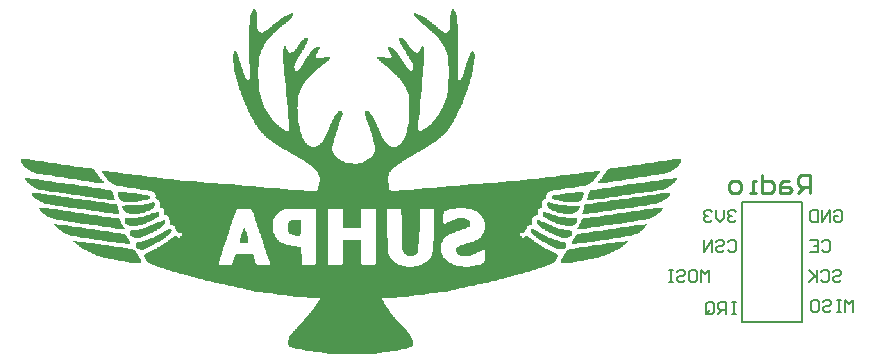
<source format=gbo>
G04*
G04 #@! TF.GenerationSoftware,Altium Limited,Altium Designer,20.1.10 (176)*
G04*
G04 Layer_Color=32896*
%FSLAX25Y25*%
%MOIN*%
G70*
G04*
G04 #@! TF.SameCoordinates,4904768C-9D57-489E-94B9-A5ABCCC02516*
G04*
G04*
G04 #@! TF.FilePolarity,Positive*
G04*
G01*
G75*
%ADD13C,0.01000*%
%ADD14C,0.00787*%
%ADD15C,0.00800*%
G36*
X109915Y116310D02*
X110129D01*
Y116096D01*
X110343D01*
Y115882D01*
Y115668D01*
Y115455D01*
X110557D01*
Y115241D01*
Y115027D01*
Y114814D01*
Y114600D01*
Y114386D01*
Y114173D01*
Y113959D01*
Y113745D01*
Y113531D01*
Y113318D01*
Y113104D01*
Y112890D01*
Y112677D01*
Y112463D01*
Y112249D01*
Y112036D01*
Y111822D01*
Y111608D01*
Y111394D01*
Y111181D01*
Y110967D01*
X110770D01*
Y110753D01*
Y110539D01*
Y110326D01*
Y110112D01*
Y109898D01*
Y109685D01*
X110984D01*
Y109471D01*
Y109257D01*
X111198D01*
Y109044D01*
X111411D01*
Y108830D01*
X111839D01*
Y108616D01*
X112694D01*
Y108830D01*
X113121D01*
Y109044D01*
X113335D01*
Y109257D01*
X113762D01*
Y109471D01*
X114190D01*
Y109685D01*
X114403D01*
Y109898D01*
X114617D01*
Y110112D01*
X114831D01*
Y110326D01*
X115258D01*
Y110539D01*
X115472D01*
Y110753D01*
X115686D01*
Y110967D01*
X115899D01*
Y111181D01*
X116113D01*
Y111394D01*
X116327D01*
Y111608D01*
X116754D01*
Y111822D01*
X116968D01*
Y112036D01*
X117182D01*
Y112249D01*
X117609D01*
Y112463D01*
X117823D01*
Y112677D01*
X118036D01*
Y112890D01*
X118464D01*
Y113104D01*
X118677D01*
Y113318D01*
X119105D01*
Y113531D01*
X119319D01*
Y113745D01*
X119746D01*
Y113959D01*
X120174D01*
Y114173D01*
X120601D01*
Y114386D01*
X121028D01*
Y114600D01*
X121456D01*
Y114814D01*
X121883D01*
Y115027D01*
X122524D01*
Y114814D01*
X122738D01*
Y114600D01*
Y114386D01*
Y114173D01*
X122524D01*
Y113959D01*
X122311D01*
Y113745D01*
Y113531D01*
X122097D01*
Y113318D01*
X121883D01*
Y113104D01*
X121669D01*
Y112890D01*
X121456D01*
Y112677D01*
X121242D01*
Y112463D01*
X120815D01*
Y112249D01*
X120601D01*
Y112036D01*
X120387D01*
Y111822D01*
X120174D01*
Y111608D01*
X119960D01*
Y111394D01*
X119746D01*
Y111181D01*
X119319D01*
Y110967D01*
X119105D01*
Y110753D01*
X118891D01*
Y110539D01*
X118464D01*
Y110326D01*
X118250D01*
Y110112D01*
X118036D01*
Y109898D01*
X117823D01*
Y109685D01*
X117609D01*
Y109471D01*
X117395D01*
Y109257D01*
X117182D01*
Y109044D01*
X116968D01*
Y108830D01*
X116754D01*
Y108616D01*
X116327D01*
Y108403D01*
X116113D01*
Y108189D01*
Y107975D01*
X115899D01*
Y107761D01*
X115472D01*
Y107548D01*
X115258D01*
Y107334D01*
Y107120D01*
X115044D01*
Y106906D01*
X114831D01*
Y106693D01*
X114617D01*
Y106479D01*
X114403D01*
Y106265D01*
X114190D01*
Y106052D01*
X113976D01*
Y105838D01*
X113762D01*
Y105624D01*
Y105411D01*
X113549D01*
Y105197D01*
X113335D01*
Y104983D01*
Y104769D01*
X113121D01*
Y104556D01*
Y104342D01*
X112907D01*
Y104128D01*
Y103915D01*
X112694D01*
Y103701D01*
Y103487D01*
X112480D01*
Y103273D01*
X112266D01*
Y103060D01*
Y102846D01*
Y102632D01*
X112053D01*
Y102419D01*
Y102205D01*
Y101991D01*
X111839D01*
Y101778D01*
Y101564D01*
X111625D01*
Y101350D01*
Y101136D01*
Y100923D01*
Y100709D01*
X111411D01*
Y100495D01*
Y100282D01*
Y100068D01*
Y99854D01*
Y99640D01*
Y99427D01*
X111198D01*
Y99213D01*
Y98999D01*
Y98786D01*
Y98572D01*
Y98358D01*
Y98145D01*
Y97931D01*
Y97717D01*
Y97503D01*
Y97290D01*
Y97076D01*
X110984D01*
Y96862D01*
Y96649D01*
Y96435D01*
Y96221D01*
Y96007D01*
Y95794D01*
Y95580D01*
Y95366D01*
Y95153D01*
Y94939D01*
Y94725D01*
Y94511D01*
Y94298D01*
Y94084D01*
Y93870D01*
Y93657D01*
Y93443D01*
Y93229D01*
X111198D01*
Y93015D01*
Y92802D01*
Y92588D01*
Y92374D01*
Y92161D01*
Y91947D01*
Y91733D01*
Y91519D01*
Y91306D01*
Y91092D01*
Y90878D01*
Y90665D01*
Y90451D01*
X111411D01*
Y90237D01*
Y90024D01*
Y89810D01*
Y89596D01*
Y89382D01*
Y89169D01*
Y88955D01*
Y88741D01*
X111625D01*
Y88528D01*
Y88314D01*
Y88100D01*
Y87887D01*
X111839D01*
Y87673D01*
Y87459D01*
Y87245D01*
Y87032D01*
X112053D01*
Y86818D01*
Y86604D01*
Y86391D01*
X112266D01*
Y86177D01*
Y85963D01*
Y85749D01*
Y85536D01*
X112480D01*
Y85322D01*
Y85108D01*
X112694D01*
Y84895D01*
Y84681D01*
Y84467D01*
X112907D01*
Y84254D01*
Y84040D01*
X113121D01*
Y83826D01*
Y83612D01*
X113335D01*
Y83399D01*
Y83185D01*
X113549D01*
Y82971D01*
Y82758D01*
X113762D01*
Y82544D01*
Y82330D01*
X113976D01*
Y82116D01*
X114190D01*
Y81903D01*
Y81689D01*
X114403D01*
Y81475D01*
X114617D01*
Y81262D01*
Y81048D01*
X114831D01*
Y80834D01*
X115044D01*
Y80620D01*
Y80407D01*
X115258D01*
Y80193D01*
X115472D01*
Y79979D01*
X115686D01*
Y79766D01*
Y79552D01*
X115899D01*
Y79338D01*
X116113D01*
Y79124D01*
X116327D01*
Y78911D01*
X116541D01*
Y78697D01*
X116754D01*
Y78483D01*
X116968D01*
Y78270D01*
X117182D01*
Y78056D01*
X117395D01*
Y77842D01*
X117609D01*
Y77628D01*
X117823D01*
Y77415D01*
X118036D01*
Y77201D01*
X118250D01*
Y76987D01*
X118677D01*
Y76774D01*
X118891D01*
Y76560D01*
X119319D01*
Y76346D01*
X119532D01*
Y76133D01*
X119960D01*
Y75919D01*
X121242D01*
Y76133D01*
Y76346D01*
X121456D01*
Y76560D01*
Y76774D01*
Y76987D01*
Y77201D01*
X121242D01*
Y77415D01*
Y77628D01*
Y77842D01*
Y78056D01*
Y78270D01*
Y78483D01*
Y78697D01*
Y78911D01*
Y79124D01*
Y79338D01*
Y79552D01*
Y79766D01*
X121028D01*
Y79979D01*
Y80193D01*
Y80407D01*
Y80620D01*
Y80834D01*
Y81048D01*
Y81262D01*
Y81475D01*
Y81689D01*
Y81903D01*
Y82116D01*
X120815D01*
Y82330D01*
Y82544D01*
Y82758D01*
Y82971D01*
Y83185D01*
Y83399D01*
Y83612D01*
Y83826D01*
Y84040D01*
Y84254D01*
Y84467D01*
X120601D01*
Y84681D01*
Y84895D01*
Y85108D01*
Y85322D01*
Y85536D01*
Y85749D01*
Y85963D01*
Y86177D01*
Y86391D01*
Y86604D01*
Y86818D01*
Y87032D01*
X120387D01*
Y87245D01*
Y87459D01*
Y87673D01*
Y87887D01*
Y88100D01*
Y88314D01*
Y88528D01*
Y88741D01*
Y88955D01*
Y89169D01*
Y89382D01*
Y89596D01*
X120174D01*
Y89810D01*
Y90024D01*
Y90237D01*
Y90451D01*
Y90665D01*
Y90878D01*
Y91092D01*
Y91306D01*
Y91519D01*
Y91733D01*
Y91947D01*
X119960D01*
Y92161D01*
Y92374D01*
Y92588D01*
Y92802D01*
Y93015D01*
Y93229D01*
Y93443D01*
Y93657D01*
Y93870D01*
Y94084D01*
X119746D01*
Y94298D01*
Y94511D01*
Y94725D01*
Y94939D01*
Y95153D01*
Y95366D01*
Y95580D01*
Y95794D01*
X119532D01*
Y96007D01*
Y96221D01*
Y96435D01*
Y96649D01*
Y96862D01*
Y97076D01*
Y97290D01*
Y97503D01*
Y97717D01*
Y97931D01*
Y98145D01*
X119319D01*
Y98358D01*
Y98572D01*
Y98786D01*
Y98999D01*
Y99213D01*
Y99427D01*
Y99640D01*
Y99854D01*
Y100068D01*
Y100282D01*
Y100495D01*
Y100709D01*
Y100923D01*
Y101136D01*
Y101350D01*
Y101564D01*
Y101778D01*
Y101991D01*
Y102205D01*
Y102419D01*
Y102632D01*
Y102846D01*
Y103060D01*
Y103273D01*
X119532D01*
Y103487D01*
Y103701D01*
Y103915D01*
Y104128D01*
X120174D01*
Y103915D01*
Y103701D01*
X120387D01*
Y103487D01*
Y103273D01*
X120601D01*
Y103060D01*
Y102846D01*
X120815D01*
Y102632D01*
X121028D01*
Y102419D01*
Y102205D01*
X121242D01*
Y101991D01*
X121456D01*
Y101778D01*
X122097D01*
Y101991D01*
X122524D01*
Y102205D01*
X122952D01*
Y102419D01*
X123165D01*
Y102632D01*
X123379D01*
Y102846D01*
Y103060D01*
X123593D01*
Y103273D01*
X123807D01*
Y103487D01*
X124020D01*
Y103701D01*
Y103915D01*
X124234D01*
Y104128D01*
X124448D01*
Y104342D01*
X124661D01*
Y104556D01*
Y104769D01*
X124875D01*
Y104983D01*
X125089D01*
Y105197D01*
Y105411D01*
X125303D01*
Y105624D01*
X125516D01*
Y105838D01*
X125730D01*
Y106052D01*
X125944D01*
Y106265D01*
X126157D01*
Y106479D01*
X126371D01*
Y106693D01*
X126798D01*
Y106906D01*
X127440D01*
Y106693D01*
X127653D01*
Y106479D01*
Y106265D01*
Y106052D01*
Y105838D01*
X127440D01*
Y105624D01*
Y105411D01*
Y105197D01*
X127226D01*
Y104983D01*
Y104769D01*
X127012D01*
Y104556D01*
Y104342D01*
X126798D01*
Y104128D01*
Y103915D01*
X126585D01*
Y103701D01*
Y103487D01*
X126371D01*
Y103273D01*
X126157D01*
Y103060D01*
Y102846D01*
X125944D01*
Y102632D01*
X125730D01*
Y102419D01*
Y102205D01*
X125516D01*
Y101991D01*
Y101778D01*
X125303D01*
Y101564D01*
X125089D01*
Y101350D01*
Y101136D01*
X124875D01*
Y100923D01*
Y100709D01*
X124661D01*
Y100495D01*
X124448D01*
Y100282D01*
Y100068D01*
X124234D01*
Y99854D01*
Y99640D01*
X124020D01*
Y99427D01*
X123807D01*
Y99213D01*
Y98999D01*
X123593D01*
Y98786D01*
Y98572D01*
X123379D01*
Y98358D01*
Y98145D01*
X123165D01*
Y97931D01*
Y97717D01*
Y97503D01*
Y97290D01*
X122952D01*
Y97076D01*
Y96862D01*
Y96649D01*
X123165D01*
Y96435D01*
Y96221D01*
Y96007D01*
X123379D01*
Y95794D01*
X124234D01*
Y96007D01*
X124448D01*
Y96221D01*
X124661D01*
Y96435D01*
X124875D01*
Y96649D01*
X125089D01*
Y96862D01*
X125303D01*
Y97076D01*
Y97290D01*
X125516D01*
Y97503D01*
X125730D01*
Y97717D01*
Y97931D01*
X125944D01*
Y98145D01*
Y98358D01*
X126157D01*
Y98572D01*
X126371D01*
Y98786D01*
Y98999D01*
X126585D01*
Y99213D01*
Y99427D01*
X126798D01*
Y99640D01*
X127012D01*
Y99854D01*
Y100068D01*
X127226D01*
Y100282D01*
Y100495D01*
X127440D01*
Y100709D01*
X127653D01*
Y100923D01*
X127867D01*
Y101136D01*
Y101350D01*
X128081D01*
Y101564D01*
X128294D01*
Y101778D01*
Y101991D01*
X128508D01*
Y102205D01*
X128722D01*
Y102419D01*
X128936D01*
Y102632D01*
X129149D01*
Y102846D01*
X129363D01*
Y103060D01*
X129577D01*
Y103273D01*
X129790D01*
Y103487D01*
X130218D01*
Y103701D01*
X130645D01*
Y103915D01*
X131500D01*
Y103701D01*
Y103487D01*
Y103273D01*
Y103060D01*
X131286D01*
Y102846D01*
Y102632D01*
X131073D01*
Y102419D01*
Y102205D01*
X130859D01*
Y101991D01*
Y101778D01*
X130645D01*
Y101564D01*
X130431D01*
Y101350D01*
Y101136D01*
Y100923D01*
X130218D01*
Y100709D01*
Y100495D01*
Y100282D01*
X132996D01*
Y100495D01*
X135133D01*
Y100282D01*
X135347D01*
Y100068D01*
X135133D01*
Y99854D01*
X134919D01*
Y99640D01*
X134706D01*
Y99427D01*
X134492D01*
Y99213D01*
X134278D01*
Y98999D01*
X134064D01*
Y98786D01*
X133637D01*
Y98572D01*
X133423D01*
Y98358D01*
X133210D01*
Y98145D01*
X132782D01*
Y97931D01*
X132569D01*
Y97717D01*
X132355D01*
Y97503D01*
X132141D01*
Y97290D01*
X131927D01*
Y97076D01*
X131500D01*
Y96862D01*
X131286D01*
Y96649D01*
X130859D01*
Y96435D01*
X130645D01*
Y96221D01*
X130431D01*
Y96007D01*
X130218D01*
Y95794D01*
X130004D01*
Y95580D01*
X129790D01*
Y95366D01*
X129577D01*
Y95153D01*
X129363D01*
Y94939D01*
X129149D01*
Y94725D01*
X128936D01*
Y94511D01*
X128722D01*
Y94298D01*
X128508D01*
Y94084D01*
X128294D01*
Y93870D01*
X128081D01*
Y93657D01*
X127867D01*
Y93443D01*
X127653D01*
Y93229D01*
X127440D01*
Y93015D01*
X127226D01*
Y92802D01*
X127012D01*
Y92588D01*
X126798D01*
Y92374D01*
Y92161D01*
X126585D01*
Y91947D01*
X126371D01*
Y91733D01*
X126157D01*
Y91519D01*
Y91306D01*
X125944D01*
Y91092D01*
Y90878D01*
X125730D01*
Y90665D01*
X125516D01*
Y90451D01*
Y90237D01*
X125303D01*
Y90024D01*
Y89810D01*
Y89596D01*
X125089D01*
Y89382D01*
Y89169D01*
X124875D01*
Y88955D01*
Y88741D01*
Y88528D01*
Y88314D01*
X124661D01*
Y88100D01*
Y87887D01*
Y87673D01*
X124448D01*
Y87459D01*
Y87245D01*
Y87032D01*
Y86818D01*
X124234D01*
Y86604D01*
Y86391D01*
Y86177D01*
Y85963D01*
Y85749D01*
Y85536D01*
Y85322D01*
Y85108D01*
Y84895D01*
Y84681D01*
Y84467D01*
Y84254D01*
Y84040D01*
Y83826D01*
X124020D01*
Y83612D01*
Y83399D01*
Y83185D01*
Y82971D01*
X124234D01*
Y82758D01*
Y82544D01*
Y82330D01*
Y82116D01*
Y81903D01*
Y81689D01*
Y81475D01*
Y81262D01*
Y81048D01*
Y80834D01*
Y80620D01*
Y80407D01*
Y80193D01*
Y79979D01*
X124448D01*
Y79766D01*
Y79552D01*
Y79338D01*
Y79124D01*
Y78911D01*
Y78697D01*
Y78483D01*
X124661D01*
Y78270D01*
Y78056D01*
Y77842D01*
Y77628D01*
Y77415D01*
X124875D01*
Y77201D01*
Y76987D01*
Y76774D01*
Y76560D01*
Y76346D01*
Y76133D01*
X125089D01*
Y75919D01*
Y75705D01*
Y75491D01*
X125303D01*
Y75278D01*
Y75064D01*
Y74850D01*
X125516D01*
Y74637D01*
Y74423D01*
Y74209D01*
X125730D01*
Y73996D01*
Y73782D01*
Y73568D01*
X125944D01*
Y73354D01*
Y73141D01*
X126157D01*
Y72927D01*
X126371D01*
Y72713D01*
Y72500D01*
X126585D01*
Y72286D01*
Y72072D01*
X126798D01*
Y71858D01*
X127012D01*
Y71645D01*
X127226D01*
Y71431D01*
X127440D01*
Y71217D01*
X127653D01*
Y71004D01*
X128081D01*
Y70790D01*
X128508D01*
Y70576D01*
X130431D01*
Y70790D01*
X130859D01*
Y71004D01*
X131286D01*
Y71217D01*
X131500D01*
Y71431D01*
X131714D01*
Y71645D01*
X131927D01*
Y71858D01*
X132141D01*
Y72072D01*
X132355D01*
Y72286D01*
X132569D01*
Y72500D01*
Y72713D01*
X132782D01*
Y72927D01*
X132996D01*
Y73141D01*
Y73354D01*
X133210D01*
Y73568D01*
Y73782D01*
X133423D01*
Y73996D01*
Y74209D01*
X133637D01*
Y74423D01*
Y74637D01*
X133851D01*
Y74850D01*
Y75064D01*
X134064D01*
Y75278D01*
Y75491D01*
X134278D01*
Y75705D01*
Y75919D01*
Y76133D01*
X134492D01*
Y76346D01*
Y76560D01*
X134706D01*
Y76774D01*
Y76987D01*
Y77201D01*
X134919D01*
Y77415D01*
Y77628D01*
X135133D01*
Y77842D01*
Y78056D01*
X135347D01*
Y78270D01*
Y78483D01*
X135560D01*
Y78697D01*
Y78911D01*
Y79124D01*
X135774D01*
Y79338D01*
Y79552D01*
X135988D01*
Y79766D01*
X136202D01*
Y79979D01*
Y80193D01*
X136415D01*
Y80407D01*
Y80620D01*
X136629D01*
Y80834D01*
Y81048D01*
X136843D01*
Y81262D01*
X137056D01*
Y81475D01*
X137270D01*
Y81689D01*
Y81903D01*
X137484D01*
Y82116D01*
X137698D01*
Y82330D01*
X138125D01*
Y82544D01*
X138766D01*
Y82330D01*
X138980D01*
Y82116D01*
Y81903D01*
X139193D01*
Y81689D01*
Y81475D01*
Y81262D01*
X138980D01*
Y81048D01*
Y80834D01*
Y80620D01*
Y80407D01*
X138766D01*
Y80193D01*
Y79979D01*
Y79766D01*
X138552D01*
Y79552D01*
Y79338D01*
X138339D01*
Y79124D01*
Y78911D01*
Y78697D01*
X138125D01*
Y78483D01*
Y78270D01*
Y78056D01*
X137911D01*
Y77842D01*
Y77628D01*
Y77415D01*
X137698D01*
Y77201D01*
Y76987D01*
Y76774D01*
X137484D01*
Y76560D01*
Y76346D01*
Y76133D01*
X137270D01*
Y75919D01*
Y75705D01*
Y75491D01*
X137056D01*
Y75278D01*
Y75064D01*
Y74850D01*
X136843D01*
Y74637D01*
Y74423D01*
Y74209D01*
Y73996D01*
X136629D01*
Y73782D01*
Y73568D01*
Y73354D01*
X136415D01*
Y73141D01*
Y72927D01*
Y72713D01*
X136202D01*
Y72500D01*
Y72286D01*
Y72072D01*
Y71858D01*
X135988D01*
Y71645D01*
Y71431D01*
Y71217D01*
Y71004D01*
Y70790D01*
X135774D01*
Y70576D01*
Y70363D01*
Y70149D01*
Y69935D01*
Y69721D01*
Y69508D01*
Y69294D01*
Y69080D01*
X135988D01*
Y68866D01*
Y68653D01*
Y68439D01*
X136202D01*
Y68225D01*
Y68012D01*
X136415D01*
Y67798D01*
X136629D01*
Y67584D01*
X136843D01*
Y67371D01*
X137056D01*
Y67157D01*
X137270D01*
Y66943D01*
X137484D01*
Y66729D01*
X137698D01*
Y66516D01*
X138125D01*
Y66302D01*
X138339D01*
Y66088D01*
X138766D01*
Y65875D01*
X139193D01*
Y65661D01*
X139621D01*
Y65447D01*
X140048D01*
Y65233D01*
X140689D01*
Y65020D01*
X142613D01*
Y64806D01*
X144323D01*
Y65020D01*
X145177D01*
Y65233D01*
X145818D01*
Y65447D01*
X146246D01*
Y65661D01*
X146673D01*
Y65875D01*
X147101D01*
Y66088D01*
X147314D01*
Y66302D01*
X147742D01*
Y66516D01*
X147956D01*
Y66729D01*
X148383D01*
Y66943D01*
X148597D01*
Y67157D01*
X148810D01*
Y67371D01*
X149024D01*
Y67584D01*
X149238D01*
Y67798D01*
Y68012D01*
X149451D01*
Y68225D01*
X149665D01*
Y68439D01*
Y68653D01*
Y68866D01*
X149879D01*
Y69080D01*
Y69294D01*
Y69508D01*
Y69721D01*
Y69935D01*
Y70149D01*
Y70363D01*
Y70576D01*
Y70790D01*
Y71004D01*
Y71217D01*
X149665D01*
Y71431D01*
Y71645D01*
Y71858D01*
Y72072D01*
X149451D01*
Y72286D01*
Y72500D01*
Y72713D01*
Y72927D01*
X149238D01*
Y73141D01*
Y73354D01*
Y73568D01*
Y73782D01*
X149024D01*
Y73996D01*
Y74209D01*
Y74423D01*
X148810D01*
Y74637D01*
Y74850D01*
Y75064D01*
X148597D01*
Y75278D01*
Y75491D01*
Y75705D01*
X148383D01*
Y75919D01*
Y76133D01*
Y76346D01*
X148169D01*
Y76560D01*
Y76774D01*
Y76987D01*
X147956D01*
Y77201D01*
Y77415D01*
Y77628D01*
X147742D01*
Y77842D01*
Y78056D01*
Y78270D01*
X147528D01*
Y78483D01*
Y78697D01*
Y78911D01*
X147314D01*
Y79124D01*
Y79338D01*
X147101D01*
Y79552D01*
Y79766D01*
Y79979D01*
X146887D01*
Y80193D01*
Y80407D01*
Y80620D01*
Y80834D01*
X146673D01*
Y81048D01*
Y81262D01*
Y81475D01*
Y81689D01*
Y81903D01*
Y82116D01*
Y82330D01*
X146887D01*
Y82544D01*
X147742D01*
Y82330D01*
X147956D01*
Y82116D01*
X148169D01*
Y81903D01*
X148383D01*
Y81689D01*
Y81475D01*
X148597D01*
Y81262D01*
X148810D01*
Y81048D01*
X149024D01*
Y80834D01*
Y80620D01*
X149238D01*
Y80407D01*
Y80193D01*
X149451D01*
Y79979D01*
X149665D01*
Y79766D01*
Y79552D01*
X149879D01*
Y79338D01*
Y79124D01*
X150093D01*
Y78911D01*
Y78697D01*
X150306D01*
Y78483D01*
Y78270D01*
X150520D01*
Y78056D01*
Y77842D01*
Y77628D01*
X150734D01*
Y77415D01*
Y77201D01*
X150947D01*
Y76987D01*
Y76774D01*
X151161D01*
Y76560D01*
Y76346D01*
Y76133D01*
X151375D01*
Y75919D01*
Y75705D01*
X151588D01*
Y75491D01*
Y75278D01*
X151802D01*
Y75064D01*
Y74850D01*
Y74637D01*
X152016D01*
Y74423D01*
Y74209D01*
X152230D01*
Y73996D01*
Y73782D01*
X152443D01*
Y73568D01*
X152657D01*
Y73354D01*
Y73141D01*
X152871D01*
Y72927D01*
Y72713D01*
X153085D01*
Y72500D01*
X153298D01*
Y72286D01*
X153512D01*
Y72072D01*
Y71858D01*
X153726D01*
Y71645D01*
X153939D01*
Y71431D01*
X154153D01*
Y71217D01*
X154580D01*
Y71004D01*
X154794D01*
Y70790D01*
X155222D01*
Y70576D01*
X157145D01*
Y70790D01*
X157572D01*
Y71004D01*
X158000D01*
Y71217D01*
X158213D01*
Y71431D01*
X158641D01*
Y71645D01*
Y71858D01*
X158855D01*
Y72072D01*
X159068D01*
Y72286D01*
Y72500D01*
X159282D01*
Y72713D01*
X159496D01*
Y72927D01*
X159709D01*
Y73141D01*
Y73354D01*
X159923D01*
Y73568D01*
Y73782D01*
Y73996D01*
X160137D01*
Y74209D01*
Y74423D01*
X160351D01*
Y74637D01*
Y74850D01*
Y75064D01*
Y75278D01*
X160564D01*
Y75491D01*
Y75705D01*
Y75919D01*
X160778D01*
Y76133D01*
Y76346D01*
Y76560D01*
Y76774D01*
Y76987D01*
X160992D01*
Y77201D01*
Y77415D01*
Y77628D01*
Y77842D01*
Y78056D01*
X161205D01*
Y78270D01*
Y78483D01*
Y78697D01*
Y78911D01*
Y79124D01*
Y79338D01*
Y79552D01*
X161419D01*
Y79766D01*
Y79979D01*
Y80193D01*
Y80407D01*
Y80620D01*
Y80834D01*
Y81048D01*
Y81262D01*
Y81475D01*
Y81689D01*
Y81903D01*
Y82116D01*
Y82330D01*
Y82544D01*
Y82758D01*
Y82971D01*
Y83185D01*
Y83399D01*
Y83612D01*
Y83826D01*
Y84040D01*
Y84254D01*
Y84467D01*
Y84681D01*
Y84895D01*
Y85108D01*
Y85322D01*
Y85536D01*
Y85749D01*
Y85963D01*
Y86177D01*
Y86391D01*
Y86604D01*
Y86818D01*
Y87032D01*
X161205D01*
Y87245D01*
Y87459D01*
Y87673D01*
Y87887D01*
Y88100D01*
X160992D01*
Y88314D01*
Y88528D01*
Y88741D01*
X160778D01*
Y88955D01*
Y89169D01*
X160564D01*
Y89382D01*
Y89596D01*
X160351D01*
Y89810D01*
Y90024D01*
X160137D01*
Y90237D01*
Y90451D01*
X159923D01*
Y90665D01*
Y90878D01*
X159709D01*
Y91092D01*
Y91306D01*
X159496D01*
Y91519D01*
X159282D01*
Y91733D01*
Y91947D01*
X159068D01*
Y92161D01*
X158855D01*
Y92374D01*
Y92588D01*
X158641D01*
Y92802D01*
X158427D01*
Y93015D01*
Y93229D01*
X158213D01*
Y93443D01*
X157786D01*
Y93657D01*
X157572D01*
Y93870D01*
X157359D01*
Y94084D01*
X157145D01*
Y94298D01*
X156931D01*
Y94511D01*
X156718D01*
Y94725D01*
X156504D01*
Y94939D01*
X156290D01*
Y95153D01*
X156076D01*
Y95366D01*
X155863D01*
Y95580D01*
X155649D01*
Y95794D01*
X155435D01*
Y96007D01*
X155222D01*
Y96221D01*
X155008D01*
Y96435D01*
X154794D01*
Y96649D01*
X154367D01*
Y96862D01*
X154153D01*
Y97076D01*
X153939D01*
Y97290D01*
X153726D01*
Y97503D01*
X153298D01*
Y97717D01*
X153085D01*
Y97931D01*
X152871D01*
Y98145D01*
X152657D01*
Y98358D01*
X152230D01*
Y98572D01*
X152016D01*
Y98786D01*
X151802D01*
Y98999D01*
X151588D01*
Y99213D01*
X151375D01*
Y99427D01*
X151161D01*
Y99640D01*
X150947D01*
Y99854D01*
X150734D01*
Y100068D01*
X150520D01*
Y100282D01*
Y100495D01*
X153298D01*
Y100282D01*
X155222D01*
Y100495D01*
X155649D01*
Y100709D01*
X155435D01*
Y100923D01*
Y101136D01*
X155222D01*
Y101350D01*
Y101564D01*
X155008D01*
Y101778D01*
Y101991D01*
X154794D01*
Y102205D01*
X154580D01*
Y102419D01*
Y102632D01*
X154367D01*
Y102846D01*
Y103060D01*
X154153D01*
Y103273D01*
Y103487D01*
Y103701D01*
X154367D01*
Y103915D01*
X154794D01*
Y103701D01*
X155435D01*
Y103487D01*
X155863D01*
Y103273D01*
X156076D01*
Y103060D01*
X156290D01*
Y102846D01*
X156504D01*
Y102632D01*
X156718D01*
Y102419D01*
X156931D01*
Y102205D01*
X157145D01*
Y101991D01*
X157359D01*
Y101778D01*
X157572D01*
Y101564D01*
Y101350D01*
X157786D01*
Y101136D01*
X158000D01*
Y100923D01*
Y100709D01*
X158213D01*
Y100495D01*
X158427D01*
Y100282D01*
Y100068D01*
X158641D01*
Y99854D01*
X158855D01*
Y99640D01*
Y99427D01*
X159068D01*
Y99213D01*
Y98999D01*
X159282D01*
Y98786D01*
X159496D01*
Y98572D01*
Y98358D01*
X159709D01*
Y98145D01*
X159923D01*
Y97931D01*
Y97717D01*
X160137D01*
Y97503D01*
X160351D01*
Y97290D01*
Y97076D01*
X160564D01*
Y96862D01*
X160778D01*
Y96649D01*
X160992D01*
Y96435D01*
X161205D01*
Y96221D01*
X161419D01*
Y96007D01*
X161633D01*
Y95794D01*
X162274D01*
Y96007D01*
X162488D01*
Y96221D01*
X162701D01*
Y96435D01*
Y96649D01*
Y96862D01*
Y97076D01*
Y97290D01*
Y97503D01*
Y97717D01*
X162488D01*
Y97931D01*
Y98145D01*
Y98358D01*
X162274D01*
Y98572D01*
Y98786D01*
X162060D01*
Y98999D01*
Y99213D01*
X161846D01*
Y99427D01*
X161633D01*
Y99640D01*
Y99854D01*
X161419D01*
Y100068D01*
Y100282D01*
X161205D01*
Y100495D01*
Y100709D01*
X160992D01*
Y100923D01*
X160778D01*
Y101136D01*
Y101350D01*
X160564D01*
Y101564D01*
X160351D01*
Y101778D01*
Y101991D01*
X160137D01*
Y102205D01*
Y102419D01*
X159923D01*
Y102632D01*
X159709D01*
Y102846D01*
Y103060D01*
X159496D01*
Y103273D01*
X159282D01*
Y103487D01*
Y103701D01*
X159068D01*
Y103915D01*
Y104128D01*
X158855D01*
Y104342D01*
Y104556D01*
X158641D01*
Y104769D01*
X158427D01*
Y104983D01*
Y105197D01*
X158213D01*
Y105411D01*
Y105624D01*
Y105838D01*
X158000D01*
Y106052D01*
Y106265D01*
Y106479D01*
Y106693D01*
X158213D01*
Y106906D01*
X158855D01*
Y106693D01*
X159282D01*
Y106479D01*
X159496D01*
Y106265D01*
X159709D01*
Y106052D01*
X159923D01*
Y105838D01*
X160137D01*
Y105624D01*
X160351D01*
Y105411D01*
X160564D01*
Y105197D01*
X160778D01*
Y104983D01*
Y104769D01*
X160992D01*
Y104556D01*
X161205D01*
Y104342D01*
Y104128D01*
X161419D01*
Y103915D01*
X161633D01*
Y103701D01*
Y103487D01*
X161846D01*
Y103273D01*
X162060D01*
Y103060D01*
X162274D01*
Y102846D01*
X162488D01*
Y102632D01*
X162701D01*
Y102419D01*
X162915D01*
Y102205D01*
X163129D01*
Y101991D01*
X163556D01*
Y101778D01*
X164197D01*
Y101991D01*
X164411D01*
Y102205D01*
X164625D01*
Y102419D01*
X164838D01*
Y102632D01*
Y102846D01*
X165052D01*
Y103060D01*
Y103273D01*
X165266D01*
Y103487D01*
Y103701D01*
X165480D01*
Y103915D01*
X165693D01*
Y104128D01*
X165907D01*
Y104342D01*
X166121D01*
Y104128D01*
Y103915D01*
Y103701D01*
X166334D01*
Y103487D01*
Y103273D01*
Y103060D01*
Y102846D01*
Y102632D01*
Y102419D01*
Y102205D01*
Y101991D01*
Y101778D01*
Y101564D01*
Y101350D01*
Y101136D01*
Y100923D01*
Y100709D01*
Y100495D01*
Y100282D01*
Y100068D01*
Y99854D01*
Y99640D01*
Y99427D01*
Y99213D01*
Y98999D01*
Y98786D01*
Y98572D01*
Y98358D01*
Y98145D01*
Y97931D01*
Y97717D01*
Y97503D01*
X166121D01*
Y97290D01*
Y97076D01*
Y96862D01*
Y96649D01*
Y96435D01*
Y96221D01*
Y96007D01*
Y95794D01*
Y95580D01*
Y95366D01*
X165907D01*
Y95153D01*
Y94939D01*
Y94725D01*
Y94511D01*
Y94298D01*
Y94084D01*
Y93870D01*
Y93657D01*
X165693D01*
Y93443D01*
Y93229D01*
Y93015D01*
Y92802D01*
Y92588D01*
Y92374D01*
Y92161D01*
Y91947D01*
Y91733D01*
Y91519D01*
Y91306D01*
X165480D01*
Y91092D01*
Y90878D01*
Y90665D01*
Y90451D01*
Y90237D01*
Y90024D01*
Y89810D01*
Y89596D01*
Y89382D01*
Y89169D01*
Y88955D01*
Y88741D01*
X165266D01*
Y88528D01*
Y88314D01*
Y88100D01*
Y87887D01*
Y87673D01*
Y87459D01*
Y87245D01*
Y87032D01*
Y86818D01*
Y86604D01*
Y86391D01*
X165052D01*
Y86177D01*
Y85963D01*
Y85749D01*
Y85536D01*
Y85322D01*
Y85108D01*
Y84895D01*
Y84681D01*
Y84467D01*
Y84254D01*
Y84040D01*
Y83826D01*
X164838D01*
Y83612D01*
Y83399D01*
Y83185D01*
Y82971D01*
Y82758D01*
Y82544D01*
Y82330D01*
Y82116D01*
Y81903D01*
Y81689D01*
Y81475D01*
Y81262D01*
X164625D01*
Y81048D01*
Y80834D01*
Y80620D01*
Y80407D01*
Y80193D01*
Y79979D01*
Y79766D01*
Y79552D01*
Y79338D01*
X164411D01*
Y79124D01*
Y78911D01*
Y78697D01*
Y78483D01*
Y78270D01*
Y78056D01*
Y77842D01*
Y77628D01*
Y77415D01*
X164197D01*
Y77201D01*
Y76987D01*
Y76774D01*
Y76560D01*
X164411D01*
Y76346D01*
Y76133D01*
X164625D01*
Y75919D01*
X165480D01*
Y76133D01*
X166121D01*
Y76346D01*
X166548D01*
Y76560D01*
X166762D01*
Y76774D01*
X167189D01*
Y76987D01*
X167403D01*
Y77201D01*
X167617D01*
Y77415D01*
X168044D01*
Y77628D01*
X168258D01*
Y77842D01*
X168472D01*
Y78056D01*
X168685D01*
Y78270D01*
X168899D01*
Y78483D01*
X169113D01*
Y78697D01*
X169326D01*
Y78911D01*
Y79124D01*
X169540D01*
Y79338D01*
X169754D01*
Y79552D01*
X169967D01*
Y79766D01*
X170181D01*
Y79979D01*
Y80193D01*
X170395D01*
Y80407D01*
X170608D01*
Y80620D01*
X170822D01*
Y80834D01*
Y81048D01*
X171036D01*
Y81262D01*
X171250D01*
Y81475D01*
Y81689D01*
X171463D01*
Y81903D01*
X171677D01*
Y82116D01*
Y82330D01*
X171891D01*
Y82544D01*
Y82758D01*
X172105D01*
Y82971D01*
Y83185D01*
X172318D01*
Y83399D01*
Y83612D01*
X172532D01*
Y83826D01*
Y84040D01*
X172746D01*
Y84254D01*
Y84467D01*
X172959D01*
Y84681D01*
Y84895D01*
Y85108D01*
X173173D01*
Y85322D01*
Y85536D01*
X173387D01*
Y85749D01*
Y85963D01*
Y86177D01*
X173600D01*
Y86391D01*
Y86604D01*
Y86818D01*
X173814D01*
Y87032D01*
Y87245D01*
Y87459D01*
X174028D01*
Y87673D01*
Y87887D01*
Y88100D01*
Y88314D01*
Y88528D01*
X174242D01*
Y88741D01*
Y88955D01*
Y89169D01*
Y89382D01*
Y89596D01*
Y89810D01*
X174455D01*
Y90024D01*
Y90237D01*
Y90451D01*
Y90665D01*
Y90878D01*
Y91092D01*
Y91306D01*
Y91519D01*
Y91733D01*
Y91947D01*
Y92161D01*
Y92374D01*
Y92588D01*
Y92802D01*
Y93015D01*
X174669D01*
Y93229D01*
Y93443D01*
Y93657D01*
Y93870D01*
Y94084D01*
Y94298D01*
Y94511D01*
Y94725D01*
Y94939D01*
Y95153D01*
Y95366D01*
Y95580D01*
Y95794D01*
Y96007D01*
Y96221D01*
Y96435D01*
Y96649D01*
Y96862D01*
Y97076D01*
Y97290D01*
X174455D01*
Y97503D01*
Y97717D01*
Y97931D01*
Y98145D01*
Y98358D01*
Y98572D01*
Y98786D01*
Y98999D01*
Y99213D01*
Y99427D01*
Y99640D01*
Y99854D01*
Y100068D01*
X174242D01*
Y100282D01*
Y100495D01*
Y100709D01*
Y100923D01*
Y101136D01*
X174028D01*
Y101350D01*
Y101564D01*
Y101778D01*
X173814D01*
Y101991D01*
Y102205D01*
X173600D01*
Y102419D01*
Y102632D01*
Y102846D01*
X173387D01*
Y103060D01*
Y103273D01*
X173173D01*
Y103487D01*
Y103701D01*
X172959D01*
Y103915D01*
Y104128D01*
X172746D01*
Y104342D01*
Y104556D01*
X172532D01*
Y104769D01*
X172318D01*
Y104983D01*
Y105197D01*
X172105D01*
Y105411D01*
X171891D01*
Y105624D01*
Y105838D01*
X171677D01*
Y106052D01*
X171463D01*
Y106265D01*
Y106479D01*
X171250D01*
Y106693D01*
X171036D01*
Y106906D01*
X170822D01*
Y107120D01*
X170608D01*
Y107334D01*
X170395D01*
Y107548D01*
X170181D01*
Y107761D01*
X169967D01*
Y107975D01*
X169754D01*
Y108189D01*
X169540D01*
Y108403D01*
X169326D01*
Y108616D01*
X169113D01*
Y108830D01*
X168899D01*
Y109044D01*
X168685D01*
Y109257D01*
X168258D01*
Y109471D01*
X168044D01*
Y109685D01*
X167830D01*
Y109898D01*
X167617D01*
Y110112D01*
X167403D01*
Y110326D01*
X167189D01*
Y110539D01*
X166975D01*
Y110753D01*
X166548D01*
Y110967D01*
X166334D01*
Y111181D01*
X166121D01*
Y111394D01*
X165907D01*
Y111608D01*
X165693D01*
Y111822D01*
X165266D01*
Y112036D01*
X165052D01*
Y112249D01*
X164838D01*
Y112463D01*
X164625D01*
Y112677D01*
X164411D01*
Y112890D01*
X164197D01*
Y113104D01*
X163984D01*
Y113318D01*
X163770D01*
Y113531D01*
X163556D01*
Y113745D01*
X163342D01*
Y113959D01*
X163129D01*
Y114173D01*
X162915D01*
Y114386D01*
Y114600D01*
Y114814D01*
X163129D01*
Y115027D01*
X163770D01*
Y114814D01*
X164411D01*
Y114600D01*
X164838D01*
Y114386D01*
X165266D01*
Y114173D01*
X165693D01*
Y113959D01*
X166121D01*
Y113745D01*
X166548D01*
Y113531D01*
X166762D01*
Y113318D01*
X167189D01*
Y113104D01*
X167403D01*
Y112890D01*
X167617D01*
Y112677D01*
X168044D01*
Y112463D01*
X168258D01*
Y112249D01*
X168472D01*
Y112036D01*
X168899D01*
Y111822D01*
X169113D01*
Y111608D01*
X169326D01*
Y111394D01*
X169540D01*
Y111181D01*
X169754D01*
Y110967D01*
X170181D01*
Y110753D01*
X170395D01*
Y110539D01*
X170608D01*
Y110326D01*
X170822D01*
Y110112D01*
X171036D01*
Y109898D01*
X171463D01*
Y109685D01*
X171677D01*
Y109471D01*
X171891D01*
Y109257D01*
X172105D01*
Y109044D01*
X172532D01*
Y108830D01*
X172959D01*
Y108616D01*
X173814D01*
Y108830D01*
X174242D01*
Y109044D01*
X174455D01*
Y109257D01*
X174669D01*
Y109471D01*
X174883D01*
Y109685D01*
X175096D01*
Y109898D01*
Y110112D01*
Y110326D01*
Y110539D01*
Y110753D01*
Y110967D01*
Y111181D01*
Y111394D01*
Y111608D01*
Y111822D01*
Y112036D01*
Y112249D01*
Y112463D01*
Y112677D01*
Y112890D01*
Y113104D01*
Y113318D01*
Y113531D01*
Y113745D01*
Y113959D01*
Y114173D01*
Y114386D01*
X175310D01*
Y114600D01*
Y114814D01*
Y115027D01*
Y115241D01*
Y115455D01*
Y115668D01*
Y115882D01*
X175524D01*
Y116096D01*
X175738D01*
Y116310D01*
X176379D01*
Y116096D01*
Y115882D01*
X176592D01*
Y115668D01*
Y115455D01*
X176806D01*
Y115241D01*
Y115027D01*
X177020D01*
Y114814D01*
Y114600D01*
Y114386D01*
X177234D01*
Y114173D01*
Y113959D01*
Y113745D01*
Y113531D01*
Y113318D01*
X177447D01*
Y113104D01*
Y112890D01*
Y112677D01*
Y112463D01*
Y112249D01*
Y112036D01*
Y111822D01*
Y111608D01*
Y111394D01*
X177661D01*
Y111181D01*
Y110967D01*
Y110753D01*
Y110539D01*
Y110326D01*
Y110112D01*
Y109898D01*
Y109685D01*
Y109471D01*
Y109257D01*
Y109044D01*
Y108830D01*
Y108616D01*
Y108403D01*
Y108189D01*
Y107975D01*
Y107761D01*
Y107548D01*
Y107334D01*
Y107120D01*
Y106906D01*
Y106693D01*
Y106479D01*
Y106265D01*
Y106052D01*
Y105838D01*
Y105624D01*
Y105411D01*
Y105197D01*
Y104983D01*
Y104769D01*
Y104556D01*
Y104342D01*
Y104128D01*
Y103915D01*
Y103701D01*
Y103487D01*
Y103273D01*
Y103060D01*
Y102846D01*
Y102632D01*
Y102419D01*
Y102205D01*
Y101991D01*
Y101778D01*
Y101564D01*
Y101350D01*
Y101136D01*
Y100923D01*
Y100709D01*
Y100495D01*
Y100282D01*
Y100068D01*
Y99854D01*
Y99640D01*
Y99427D01*
Y99213D01*
Y98999D01*
Y98786D01*
Y98572D01*
Y98358D01*
Y98145D01*
Y97931D01*
Y97717D01*
Y97503D01*
Y97290D01*
Y97076D01*
Y96862D01*
Y96649D01*
Y96435D01*
Y96221D01*
Y96007D01*
Y95794D01*
Y95580D01*
Y95366D01*
Y95153D01*
Y94939D01*
Y94725D01*
Y94511D01*
Y94298D01*
Y94084D01*
Y93870D01*
Y93657D01*
Y93443D01*
Y93229D01*
Y93015D01*
Y92802D01*
X177875D01*
Y92588D01*
X178088D01*
Y92802D01*
X178516D01*
Y93015D01*
X178729D01*
Y93229D01*
Y93443D01*
X178943D01*
Y93657D01*
X179157D01*
Y93870D01*
Y94084D01*
Y94298D01*
X179371D01*
Y94511D01*
Y94725D01*
Y94939D01*
X179584D01*
Y95153D01*
Y95366D01*
Y95580D01*
X179798D01*
Y95794D01*
Y96007D01*
Y96221D01*
X180012D01*
Y96435D01*
Y96649D01*
Y96862D01*
Y97076D01*
X180225D01*
Y97290D01*
Y97503D01*
Y97717D01*
X180439D01*
Y97931D01*
Y98145D01*
Y98358D01*
X180653D01*
Y98572D01*
Y98786D01*
Y98999D01*
X180867D01*
Y99213D01*
Y99427D01*
Y99640D01*
X181080D01*
Y99854D01*
Y100068D01*
Y100282D01*
X181294D01*
Y100495D01*
Y100709D01*
X181508D01*
Y100923D01*
Y101136D01*
Y101350D01*
X181721D01*
Y101564D01*
Y101778D01*
X181935D01*
Y101991D01*
Y102205D01*
X182149D01*
Y102419D01*
X182790D01*
Y102205D01*
X183004D01*
Y101991D01*
Y101778D01*
Y101564D01*
X183217D01*
Y101350D01*
Y101136D01*
Y100923D01*
Y100709D01*
Y100495D01*
Y100282D01*
Y100068D01*
Y99854D01*
X183004D01*
Y99640D01*
Y99427D01*
Y99213D01*
Y98999D01*
Y98786D01*
Y98572D01*
Y98358D01*
Y98145D01*
Y97931D01*
X182790D01*
Y97717D01*
Y97503D01*
Y97290D01*
Y97076D01*
Y96862D01*
Y96649D01*
X182576D01*
Y96435D01*
Y96221D01*
Y96007D01*
Y95794D01*
Y95580D01*
X182362D01*
Y95366D01*
Y95153D01*
Y94939D01*
Y94725D01*
X182149D01*
Y94511D01*
Y94298D01*
Y94084D01*
Y93870D01*
X181935D01*
Y93657D01*
Y93443D01*
Y93229D01*
Y93015D01*
X181721D01*
Y92802D01*
Y92588D01*
Y92374D01*
Y92161D01*
X181508D01*
Y91947D01*
Y91733D01*
Y91519D01*
X181294D01*
Y91306D01*
Y91092D01*
Y90878D01*
X181080D01*
Y90665D01*
Y90451D01*
Y90237D01*
Y90024D01*
X180867D01*
Y89810D01*
Y89596D01*
Y89382D01*
X180653D01*
Y89169D01*
Y88955D01*
Y88741D01*
X180439D01*
Y88528D01*
Y88314D01*
X180225D01*
Y88100D01*
Y87887D01*
Y87673D01*
X180012D01*
Y87459D01*
Y87245D01*
Y87032D01*
X179798D01*
Y86818D01*
Y86604D01*
X179584D01*
Y86391D01*
Y86177D01*
Y85963D01*
X179371D01*
Y85749D01*
Y85536D01*
X179157D01*
Y85322D01*
Y85108D01*
Y84895D01*
X178943D01*
Y84681D01*
Y84467D01*
X178729D01*
Y84254D01*
Y84040D01*
X178516D01*
Y83826D01*
Y83612D01*
X178302D01*
Y83399D01*
Y83185D01*
X178088D01*
Y82971D01*
Y82758D01*
X177875D01*
Y82544D01*
Y82330D01*
X177661D01*
Y82116D01*
Y81903D01*
Y81689D01*
X177447D01*
Y81475D01*
Y81262D01*
X177234D01*
Y81048D01*
Y80834D01*
X177020D01*
Y80620D01*
Y80407D01*
X176806D01*
Y80193D01*
Y79979D01*
X176592D01*
Y79766D01*
X176379D01*
Y79552D01*
Y79338D01*
X176165D01*
Y79124D01*
Y78911D01*
X175951D01*
Y78697D01*
Y78483D01*
X175738D01*
Y78270D01*
X175524D01*
Y78056D01*
Y77842D01*
X175310D01*
Y77628D01*
Y77415D01*
X175096D01*
Y77201D01*
X174883D01*
Y76987D01*
Y76774D01*
X174669D01*
Y76560D01*
X174455D01*
Y76346D01*
X174242D01*
Y76133D01*
Y75919D01*
X174028D01*
Y75705D01*
X173814D01*
Y75491D01*
X173600D01*
Y75278D01*
X173387D01*
Y75064D01*
Y74850D01*
X173173D01*
Y74637D01*
X172959D01*
Y74423D01*
X172746D01*
Y74209D01*
X172318D01*
Y73996D01*
X172105D01*
Y73782D01*
X171891D01*
Y73568D01*
X171677D01*
Y73354D01*
X171463D01*
Y73141D01*
X171036D01*
Y72927D01*
X170822D01*
Y72713D01*
X170608D01*
Y72500D01*
X170181D01*
Y72286D01*
X169967D01*
Y72072D01*
X169754D01*
Y71858D01*
X169326D01*
Y71645D01*
X169113D01*
Y71431D01*
X168685D01*
Y71217D01*
X168258D01*
Y71004D01*
X168044D01*
Y70790D01*
X167617D01*
Y70576D01*
X167189D01*
Y70363D01*
X166975D01*
Y70149D01*
X166548D01*
Y69935D01*
X166334D01*
Y69721D01*
X165907D01*
Y69508D01*
X165480D01*
Y69294D01*
X165266D01*
Y69080D01*
X164838D01*
Y68866D01*
X164411D01*
Y68653D01*
X163984D01*
Y68439D01*
X163770D01*
Y68225D01*
X163342D01*
Y68012D01*
X162915D01*
Y67798D01*
X162488D01*
Y67584D01*
X162274D01*
Y67371D01*
X161846D01*
Y67157D01*
X161419D01*
Y66943D01*
X161205D01*
Y66729D01*
X160778D01*
Y66516D01*
X160351D01*
Y66302D01*
X160137D01*
Y66088D01*
X159709D01*
Y65875D01*
X159496D01*
Y65661D01*
X159068D01*
Y65447D01*
X158855D01*
Y65233D01*
X158427D01*
Y65020D01*
X158213D01*
Y64806D01*
X157786D01*
Y64592D01*
X157572D01*
Y64379D01*
X157145D01*
Y64165D01*
X156931D01*
Y63951D01*
X156504D01*
Y63737D01*
X156290D01*
Y63524D01*
X156076D01*
Y63310D01*
X155863D01*
Y63096D01*
X155649D01*
Y62883D01*
X155435D01*
Y62669D01*
X155222D01*
Y62455D01*
Y62242D01*
X155008D01*
Y62028D01*
X154794D01*
Y61814D01*
Y61600D01*
X154580D01*
Y61387D01*
Y61173D01*
Y60959D01*
Y60746D01*
X154367D01*
Y60532D01*
Y60318D01*
Y60105D01*
Y59891D01*
Y59677D01*
Y59463D01*
Y59250D01*
Y59036D01*
Y58822D01*
Y58609D01*
Y58395D01*
X154580D01*
Y58181D01*
Y57967D01*
Y57754D01*
Y57540D01*
Y57326D01*
Y57113D01*
Y56899D01*
X154794D01*
Y56685D01*
Y56472D01*
Y56258D01*
X155008D01*
Y56044D01*
X155222D01*
Y55830D01*
X158000D01*
Y56044D01*
X160351D01*
Y56258D01*
X163129D01*
Y56472D01*
X165693D01*
Y56685D01*
X168044D01*
Y56899D01*
X170608D01*
Y57113D01*
X173600D01*
Y57326D01*
X175738D01*
Y57540D01*
X178302D01*
Y57754D01*
X180867D01*
Y57967D01*
X183217D01*
Y58181D01*
X185995D01*
Y58395D01*
X188560D01*
Y58609D01*
X190911D01*
Y58822D01*
X193475D01*
Y59036D01*
X195826D01*
Y59250D01*
X198391D01*
Y59463D01*
X200528D01*
Y59677D01*
X202878D01*
Y59891D01*
X204588D01*
Y60105D01*
X206511D01*
Y60318D01*
X208221D01*
Y60532D01*
X210358D01*
Y60746D01*
X211641D01*
Y60959D01*
X213136D01*
Y61173D01*
X215060D01*
Y61387D01*
X216342D01*
Y61600D01*
X218052D01*
Y61814D01*
X219548D01*
Y62028D01*
X221044D01*
Y62242D01*
X222967D01*
Y62455D01*
X224890D01*
Y62242D01*
Y62028D01*
Y61814D01*
X224677D01*
Y61600D01*
Y61387D01*
X224463D01*
Y61173D01*
X224249D01*
Y60959D01*
X224036D01*
Y60746D01*
Y60532D01*
X223822D01*
Y60318D01*
X223608D01*
Y60105D01*
X223394D01*
Y59891D01*
X223181D01*
Y59677D01*
X222967D01*
Y59463D01*
Y59250D01*
X222753D01*
Y59036D01*
X222540D01*
Y58822D01*
X222112D01*
Y58609D01*
X221898D01*
Y58395D01*
X221685D01*
Y58181D01*
X221257D01*
Y57967D01*
X220830D01*
Y57754D01*
X220189D01*
Y57540D01*
X219120D01*
Y57326D01*
X217838D01*
Y57113D01*
X216556D01*
Y56899D01*
X215060D01*
Y56685D01*
X213350D01*
Y56472D01*
X212068D01*
Y56258D01*
X210786D01*
Y56044D01*
X209290D01*
Y55830D01*
X208435D01*
Y55617D01*
X208007D01*
Y55403D01*
X207580D01*
Y55189D01*
Y54975D01*
X207366D01*
Y54762D01*
X207153D01*
Y54548D01*
X206939D01*
Y54334D01*
Y54121D01*
Y53907D01*
X207153D01*
Y53693D01*
X206939D01*
Y53479D01*
Y53266D01*
X206511D01*
Y53052D01*
X206298D01*
Y52838D01*
X206084D01*
Y52625D01*
X205870D01*
Y52411D01*
X205657D01*
Y52197D01*
Y51984D01*
Y51770D01*
Y51556D01*
Y51342D01*
Y51129D01*
Y50915D01*
Y50701D01*
Y50488D01*
Y50274D01*
X205229D01*
Y50060D01*
X204802D01*
Y49847D01*
X204588D01*
Y49633D01*
X204374D01*
Y49419D01*
Y49205D01*
X204161D01*
Y48992D01*
Y48778D01*
Y48564D01*
Y48351D01*
Y48137D01*
Y47923D01*
X203947D01*
Y47709D01*
X203520D01*
Y47496D01*
X203092D01*
Y47282D01*
X202878D01*
Y47068D01*
X202665D01*
Y46855D01*
Y46641D01*
X202451D01*
Y46427D01*
Y46213D01*
Y46000D01*
Y45786D01*
Y45572D01*
Y45359D01*
Y45145D01*
Y44931D01*
Y44717D01*
X202237D01*
Y44504D01*
X201810D01*
Y44290D01*
X201169D01*
Y44076D01*
X200741D01*
Y43863D01*
Y43649D01*
X200528D01*
Y43435D01*
Y43222D01*
X200314D01*
Y43008D01*
Y42794D01*
X200100D01*
Y42581D01*
Y42367D01*
X199887D01*
Y42153D01*
X199673D01*
Y41939D01*
X199032D01*
Y41726D01*
X198177D01*
Y41512D01*
Y41298D01*
Y41085D01*
X198391D01*
Y40871D01*
X198604D01*
Y40657D01*
X198818D01*
Y40443D01*
X199032D01*
Y40230D01*
X199245D01*
Y40016D01*
X199459D01*
Y40230D01*
X199673D01*
Y40443D01*
X199887D01*
Y40657D01*
X200955D01*
Y40443D01*
X201382D01*
Y40230D01*
X201596D01*
Y40016D01*
X202024D01*
Y39802D01*
X202237D01*
Y39588D01*
X202665D01*
Y39375D01*
X202878D01*
Y39161D01*
X203092D01*
Y38947D01*
X203306D01*
Y38734D01*
X203520D01*
Y38520D01*
X203947D01*
Y38306D01*
X204374D01*
Y38093D01*
X204588D01*
Y37879D01*
X204802D01*
Y37665D01*
X205229D01*
Y37451D01*
X205657D01*
Y37238D01*
X206084D01*
Y37024D01*
X206298D01*
Y36810D01*
X206725D01*
Y36597D01*
X207153D01*
Y36383D01*
X207580D01*
Y36169D01*
X208007D01*
Y35956D01*
X208435D01*
Y35742D01*
X208862D01*
Y35528D01*
X209290D01*
Y35314D01*
X209717D01*
Y35101D01*
X210144D01*
Y34887D01*
X210572D01*
Y34673D01*
X210786D01*
Y34460D01*
X210999D01*
Y34246D01*
Y34032D01*
Y33818D01*
X210786D01*
Y33605D01*
Y33391D01*
X210572D01*
Y33177D01*
Y32964D01*
X210358D01*
Y32750D01*
X210144D01*
Y32536D01*
Y32322D01*
X209931D01*
Y32109D01*
X209717D01*
Y31895D01*
X209290D01*
Y31681D01*
X208862D01*
Y31468D01*
X208435D01*
Y31254D01*
X208007D01*
Y31040D01*
X207366D01*
Y30827D01*
X206725D01*
Y30613D01*
X206298D01*
Y30399D01*
X205657D01*
Y30185D01*
X205015D01*
Y29972D01*
X204374D01*
Y29758D01*
X203733D01*
Y29544D01*
X202878D01*
Y29331D01*
X202237D01*
Y29117D01*
X201596D01*
Y28903D01*
X200741D01*
Y28689D01*
X200100D01*
Y28476D01*
X199245D01*
Y28262D01*
X198604D01*
Y28048D01*
X197749D01*
Y27835D01*
X197108D01*
Y27621D01*
X196254D01*
Y27407D01*
X195399D01*
Y27193D01*
X194757D01*
Y26980D01*
X193903D01*
Y26766D01*
X193048D01*
Y26552D01*
X192193D01*
Y26339D01*
X191338D01*
Y26125D01*
X190483D01*
Y25911D01*
X189629D01*
Y25697D01*
X188774D01*
Y25484D01*
X187919D01*
Y25270D01*
X187064D01*
Y25056D01*
X185995D01*
Y24843D01*
X185141D01*
Y24629D01*
X184072D01*
Y24415D01*
X183217D01*
Y24202D01*
X182149D01*
Y23988D01*
X181080D01*
Y23774D01*
X180012D01*
Y23561D01*
X178943D01*
Y23347D01*
X177875D01*
Y23133D01*
X177020D01*
Y22919D01*
X175951D01*
Y22706D01*
X175310D01*
Y22492D01*
X174242D01*
Y22278D01*
X172532D01*
Y22064D01*
X170822D01*
Y21851D01*
X169326D01*
Y21637D01*
X167830D01*
Y21423D01*
X166548D01*
Y21210D01*
X164838D01*
Y20996D01*
X163129D01*
Y20782D01*
X161419D01*
Y20569D01*
X159282D01*
Y20355D01*
X157145D01*
Y20141D01*
X152230D01*
Y19927D01*
X152443D01*
Y19714D01*
Y19500D01*
X152657D01*
Y19286D01*
Y19073D01*
X152871D01*
Y18859D01*
Y18645D01*
X153085D01*
Y18431D01*
Y18218D01*
X153298D01*
Y18004D01*
Y17790D01*
X153512D01*
Y17577D01*
X153726D01*
Y17363D01*
Y17149D01*
X153939D01*
Y16936D01*
X154153D01*
Y16722D01*
Y16508D01*
X154367D01*
Y16294D01*
X154580D01*
Y16081D01*
Y15867D01*
X154794D01*
Y15653D01*
X155008D01*
Y15439D01*
Y15226D01*
X155222D01*
Y15012D01*
X155435D01*
Y14798D01*
X155649D01*
Y14585D01*
X155863D01*
Y14371D01*
Y14157D01*
X156076D01*
Y13944D01*
X156290D01*
Y13730D01*
X156504D01*
Y13516D01*
X156718D01*
Y13303D01*
Y13089D01*
X156931D01*
Y12875D01*
X157145D01*
Y12661D01*
X157359D01*
Y12448D01*
X157572D01*
Y12234D01*
X157786D01*
Y12020D01*
X158000D01*
Y11806D01*
X158213D01*
Y11593D01*
X158427D01*
Y11379D01*
X158641D01*
Y11165D01*
X158855D01*
Y10952D01*
X159068D01*
Y10738D01*
X159282D01*
Y10524D01*
X159496D01*
Y10311D01*
X159709D01*
Y10097D01*
X159923D01*
Y9883D01*
X160137D01*
Y9669D01*
X160351D01*
Y9456D01*
X160564D01*
Y9242D01*
Y9028D01*
X160778D01*
Y8815D01*
X160992D01*
Y8601D01*
X161205D01*
Y8387D01*
Y8174D01*
X161419D01*
Y7960D01*
X161633D01*
Y7746D01*
Y7532D01*
X161846D01*
Y7319D01*
X162060D01*
Y7105D01*
Y6891D01*
X162274D01*
Y6678D01*
Y6464D01*
Y6250D01*
X162488D01*
Y6036D01*
Y5823D01*
Y5609D01*
Y5395D01*
Y5182D01*
Y4968D01*
Y4754D01*
Y4540D01*
Y4327D01*
Y4113D01*
X162274D01*
Y3899D01*
X162060D01*
Y3686D01*
X161419D01*
Y3472D01*
X160564D01*
Y3258D01*
X159709D01*
Y3045D01*
X158641D01*
Y2831D01*
X157572D01*
Y2617D01*
X156290D01*
Y2403D01*
X155008D01*
Y2190D01*
X153726D01*
Y1976D01*
X152230D01*
Y1762D01*
X150520D01*
Y1548D01*
X148383D01*
Y1335D01*
X136415D01*
Y1548D01*
X133851D01*
Y1762D01*
X132141D01*
Y1976D01*
X130645D01*
Y2190D01*
X129149D01*
Y2403D01*
X127867D01*
Y2617D01*
X126798D01*
Y2831D01*
X125516D01*
Y3045D01*
X124448D01*
Y3258D01*
X123379D01*
Y3472D01*
X122311D01*
Y3686D01*
X121883D01*
Y3899D01*
X121456D01*
Y4113D01*
X121242D01*
Y4327D01*
X121028D01*
Y4540D01*
Y4754D01*
Y4968D01*
Y5182D01*
Y5395D01*
Y5609D01*
Y5823D01*
Y6036D01*
Y6250D01*
X121242D01*
Y6464D01*
Y6678D01*
Y6891D01*
X121456D01*
Y7105D01*
Y7319D01*
X121669D01*
Y7532D01*
Y7746D01*
X121883D01*
Y7960D01*
X122097D01*
Y8174D01*
X122311D01*
Y8387D01*
Y8601D01*
X122524D01*
Y8815D01*
X122738D01*
Y9028D01*
X122952D01*
Y9242D01*
X123165D01*
Y9456D01*
X123379D01*
Y9669D01*
X123593D01*
Y9883D01*
X123807D01*
Y10097D01*
Y10311D01*
X124020D01*
Y10524D01*
X124234D01*
Y10738D01*
X124448D01*
Y10952D01*
X124661D01*
Y11165D01*
X124875D01*
Y11379D01*
X125089D01*
Y11593D01*
X125303D01*
Y11806D01*
X125516D01*
Y12020D01*
X125730D01*
Y12234D01*
X125944D01*
Y12448D01*
X126157D01*
Y12661D01*
Y12875D01*
X126371D01*
Y13089D01*
X126585D01*
Y13303D01*
X126798D01*
Y13516D01*
X127012D01*
Y13730D01*
X127226D01*
Y13944D01*
X127440D01*
Y14157D01*
X127653D01*
Y14371D01*
X127867D01*
Y14585D01*
X128081D01*
Y14798D01*
Y15012D01*
X128294D01*
Y15226D01*
X128508D01*
Y15439D01*
X128722D01*
Y15653D01*
X128936D01*
Y15867D01*
Y16081D01*
X129149D01*
Y16294D01*
X129363D01*
Y16508D01*
X129577D01*
Y16722D01*
Y16936D01*
X129790D01*
Y17149D01*
X130004D01*
Y17363D01*
X130218D01*
Y17577D01*
X130431D01*
Y17790D01*
Y18004D01*
X130645D01*
Y18218D01*
Y18431D01*
X130859D01*
Y18645D01*
X131073D01*
Y18859D01*
Y19073D01*
X131286D01*
Y19286D01*
Y19500D01*
X131500D01*
Y19714D01*
Y19927D01*
Y20141D01*
X127440D01*
Y20355D01*
X124448D01*
Y20569D01*
X122524D01*
Y20782D01*
X120601D01*
Y20996D01*
X118891D01*
Y21210D01*
X117395D01*
Y21423D01*
X115899D01*
Y21637D01*
X114403D01*
Y21851D01*
X112694D01*
Y22064D01*
X111198D01*
Y22278D01*
X109702D01*
Y22492D01*
X108633D01*
Y22706D01*
X107778D01*
Y22919D01*
X106924D01*
Y23133D01*
X105855D01*
Y23347D01*
X104787D01*
Y23561D01*
X103932D01*
Y23774D01*
X102863D01*
Y23988D01*
X101795D01*
Y24202D01*
X100940D01*
Y24415D01*
X99871D01*
Y24629D01*
X99016D01*
Y24843D01*
X97948D01*
Y25056D01*
X97093D01*
Y25270D01*
X96238D01*
Y25484D01*
X95170D01*
Y25697D01*
X94315D01*
Y25911D01*
X93460D01*
Y26125D01*
X92605D01*
Y26339D01*
X91750D01*
Y26552D01*
X90895D01*
Y26766D01*
X90041D01*
Y26980D01*
X89186D01*
Y27193D01*
X88545D01*
Y27407D01*
X87690D01*
Y27621D01*
X86835D01*
Y27835D01*
X86194D01*
Y28048D01*
X85339D01*
Y28262D01*
X84698D01*
Y28476D01*
X83843D01*
Y28689D01*
X83202D01*
Y28903D01*
X82347D01*
Y29117D01*
X81706D01*
Y29331D01*
X81065D01*
Y29544D01*
X80210D01*
Y29758D01*
X79569D01*
Y29972D01*
X78928D01*
Y30185D01*
X78287D01*
Y30399D01*
X77646D01*
Y30613D01*
X77218D01*
Y30827D01*
X76577D01*
Y31040D01*
X75936D01*
Y31254D01*
X75509D01*
Y31468D01*
X75081D01*
Y31681D01*
X74654D01*
Y31895D01*
X74226D01*
Y32109D01*
X74013D01*
Y32322D01*
X73799D01*
Y32536D01*
Y32750D01*
X73585D01*
Y32964D01*
X73371D01*
Y33177D01*
Y33391D01*
X73158D01*
Y33605D01*
Y33818D01*
X72944D01*
Y34032D01*
Y34246D01*
Y34460D01*
X73158D01*
Y34673D01*
X73371D01*
Y34887D01*
X73799D01*
Y35101D01*
X74226D01*
Y35314D01*
X74654D01*
Y35528D01*
X75081D01*
Y35742D01*
X75509D01*
Y35956D01*
X75936D01*
Y36169D01*
X76363D01*
Y36383D01*
X76791D01*
Y36597D01*
X77218D01*
Y36810D01*
X77432D01*
Y37024D01*
X77859D01*
Y37238D01*
X78287D01*
Y37451D01*
X78714D01*
Y37665D01*
X78928D01*
Y37879D01*
X79355D01*
Y38093D01*
X79569D01*
Y38306D01*
X79996D01*
Y38520D01*
X80210D01*
Y38734D01*
X80424D01*
Y38947D01*
X80851D01*
Y39161D01*
X81065D01*
Y39375D01*
X81279D01*
Y39588D01*
X81706D01*
Y39802D01*
X81920D01*
Y40016D01*
X82134D01*
Y40230D01*
X82561D01*
Y40443D01*
X82988D01*
Y40657D01*
X84057D01*
Y40443D01*
X84271D01*
Y40230D01*
X84484D01*
Y40016D01*
X84698D01*
Y40230D01*
X84912D01*
Y40443D01*
X85125D01*
Y40657D01*
X85339D01*
Y40871D01*
X85553D01*
Y41085D01*
Y41298D01*
X85767D01*
Y41512D01*
X85553D01*
Y41726D01*
X84912D01*
Y41939D01*
X84271D01*
Y42153D01*
X84057D01*
Y42367D01*
X83843D01*
Y42581D01*
X83629D01*
Y42794D01*
Y43008D01*
Y43222D01*
X83416D01*
Y43435D01*
Y43649D01*
X83202D01*
Y43863D01*
Y44076D01*
X82775D01*
Y44290D01*
X82134D01*
Y44504D01*
X81706D01*
Y44717D01*
X81492D01*
Y44931D01*
Y45145D01*
Y45359D01*
Y45572D01*
Y45786D01*
Y46000D01*
Y46213D01*
X81279D01*
Y46427D01*
Y46641D01*
Y46855D01*
Y47068D01*
X81065D01*
Y47282D01*
Y47496D01*
X80638D01*
Y47709D01*
X79996D01*
Y47923D01*
X79783D01*
Y48137D01*
Y48351D01*
Y48564D01*
Y48778D01*
Y48992D01*
Y49205D01*
X79569D01*
Y49419D01*
Y49633D01*
Y49847D01*
X79142D01*
Y50060D01*
X78714D01*
Y50274D01*
X78287D01*
Y50488D01*
Y50701D01*
Y50915D01*
Y51129D01*
Y51342D01*
Y51556D01*
Y51770D01*
Y51984D01*
Y52197D01*
X78073D01*
Y52411D01*
Y52625D01*
X77859D01*
Y52838D01*
X77432D01*
Y53052D01*
X77218D01*
Y53266D01*
X77004D01*
Y53479D01*
X76791D01*
Y53693D01*
Y53907D01*
X77004D01*
Y54121D01*
Y54334D01*
Y54548D01*
X76791D01*
Y54762D01*
X76577D01*
Y54975D01*
X76363D01*
Y55189D01*
X76150D01*
Y55403D01*
X75936D01*
Y55617D01*
X75722D01*
Y55830D01*
X74440D01*
Y56044D01*
X73158D01*
Y56258D01*
X71662D01*
Y56472D01*
X70380D01*
Y56685D01*
X68884D01*
Y56899D01*
X67388D01*
Y57113D01*
X65892D01*
Y57326D01*
X64823D01*
Y57540D01*
X63755D01*
Y57754D01*
X63113D01*
Y57967D01*
X62686D01*
Y58181D01*
X62259D01*
Y58395D01*
X62045D01*
Y58609D01*
X61831D01*
Y58822D01*
X61404D01*
Y59036D01*
X61190D01*
Y59250D01*
X60976D01*
Y59463D01*
X60763D01*
Y59677D01*
X60549D01*
Y59891D01*
Y60105D01*
X60335D01*
Y60318D01*
X60122D01*
Y60532D01*
X59908D01*
Y60746D01*
X59694D01*
Y60959D01*
Y61173D01*
X59481D01*
Y61387D01*
X59267D01*
Y61600D01*
Y61814D01*
X59053D01*
Y62028D01*
Y62242D01*
X58839D01*
Y62455D01*
X61404D01*
Y62242D01*
X62686D01*
Y62028D01*
X64182D01*
Y61814D01*
X65892D01*
Y61600D01*
X67388D01*
Y61387D01*
X69097D01*
Y61173D01*
X70593D01*
Y60959D01*
X72303D01*
Y60746D01*
X74013D01*
Y60532D01*
X75722D01*
Y60318D01*
X77432D01*
Y60105D01*
X79142D01*
Y59891D01*
X80851D01*
Y59677D01*
X82988D01*
Y59463D01*
X85125D01*
Y59250D01*
X88117D01*
Y59036D01*
X90468D01*
Y58822D01*
X92819D01*
Y58609D01*
X95383D01*
Y58395D01*
X97734D01*
Y58181D01*
X100512D01*
Y57967D01*
X103291D01*
Y57754D01*
X105641D01*
Y57540D01*
X108206D01*
Y57326D01*
X110343D01*
Y57113D01*
X113121D01*
Y56899D01*
X115686D01*
Y56685D01*
X118464D01*
Y56472D01*
X121028D01*
Y56258D01*
X123593D01*
Y56044D01*
X126157D01*
Y55830D01*
X130645D01*
Y56044D01*
X130859D01*
Y56258D01*
Y56472D01*
Y56685D01*
X131073D01*
Y56899D01*
Y57113D01*
Y57326D01*
X131286D01*
Y57540D01*
Y57754D01*
Y57967D01*
Y58181D01*
Y58395D01*
Y58609D01*
Y58822D01*
X131500D01*
Y59036D01*
Y59250D01*
Y59463D01*
Y59677D01*
Y59891D01*
Y60105D01*
Y60318D01*
X131286D01*
Y60532D01*
Y60746D01*
Y60959D01*
Y61173D01*
X131073D01*
Y61387D01*
Y61600D01*
X130859D01*
Y61814D01*
Y62028D01*
X130645D01*
Y62242D01*
Y62455D01*
X130431D01*
Y62669D01*
X130218D01*
Y62883D01*
X130004D01*
Y63096D01*
X129790D01*
Y63310D01*
X129577D01*
Y63524D01*
X129363D01*
Y63737D01*
X129149D01*
Y63951D01*
X128936D01*
Y64165D01*
X128508D01*
Y64379D01*
X128294D01*
Y64592D01*
X127867D01*
Y64806D01*
X127653D01*
Y65020D01*
X127226D01*
Y65233D01*
X127012D01*
Y65447D01*
X126585D01*
Y65661D01*
X126371D01*
Y65875D01*
X126157D01*
Y66088D01*
X125730D01*
Y66302D01*
X125303D01*
Y66516D01*
X124875D01*
Y66729D01*
X124661D01*
Y66943D01*
X124234D01*
Y67157D01*
X123807D01*
Y67371D01*
X123379D01*
Y67584D01*
X123165D01*
Y67798D01*
X122738D01*
Y68012D01*
X122311D01*
Y68225D01*
X121883D01*
Y68439D01*
X121669D01*
Y68653D01*
X121242D01*
Y68866D01*
X120815D01*
Y69080D01*
X120601D01*
Y69294D01*
X120174D01*
Y69508D01*
X119746D01*
Y69721D01*
X119532D01*
Y69935D01*
X119105D01*
Y70149D01*
X118677D01*
Y70363D01*
X118464D01*
Y70576D01*
X118036D01*
Y70790D01*
X117609D01*
Y71004D01*
X117395D01*
Y71217D01*
X116968D01*
Y71431D01*
X116754D01*
Y71645D01*
X116327D01*
Y71858D01*
X116113D01*
Y72072D01*
X115686D01*
Y72286D01*
X115472D01*
Y72500D01*
X115258D01*
Y72713D01*
X114831D01*
Y72927D01*
X114617D01*
Y73141D01*
X114403D01*
Y73354D01*
X113976D01*
Y73568D01*
X113762D01*
Y73782D01*
X113549D01*
Y73996D01*
X113335D01*
Y74209D01*
X113121D01*
Y74423D01*
X112907D01*
Y74637D01*
X112694D01*
Y74850D01*
X112480D01*
Y75064D01*
X112266D01*
Y75278D01*
X112053D01*
Y75491D01*
X111839D01*
Y75705D01*
X111625D01*
Y75919D01*
Y76133D01*
X111411D01*
Y76346D01*
X111198D01*
Y76560D01*
X110984D01*
Y76774D01*
Y76987D01*
X110770D01*
Y77201D01*
X110557D01*
Y77415D01*
Y77628D01*
X110343D01*
Y77842D01*
X110129D01*
Y78056D01*
Y78270D01*
X109915D01*
Y78483D01*
X109702D01*
Y78697D01*
Y78911D01*
X109488D01*
Y79124D01*
Y79338D01*
X109274D01*
Y79552D01*
Y79766D01*
X109061D01*
Y79979D01*
X108847D01*
Y80193D01*
Y80407D01*
X108633D01*
Y80620D01*
Y80834D01*
X108420D01*
Y81048D01*
Y81262D01*
X108206D01*
Y81475D01*
Y81689D01*
X107992D01*
Y81903D01*
Y82116D01*
X107778D01*
Y82330D01*
Y82544D01*
X107565D01*
Y82758D01*
Y82971D01*
Y83185D01*
X107351D01*
Y83399D01*
Y83612D01*
X107137D01*
Y83826D01*
Y84040D01*
X106924D01*
Y84254D01*
Y84467D01*
X106710D01*
Y84681D01*
Y84895D01*
Y85108D01*
X106496D01*
Y85322D01*
Y85536D01*
X106282D01*
Y85749D01*
Y85963D01*
X106069D01*
Y86177D01*
Y86391D01*
Y86604D01*
X105855D01*
Y86818D01*
Y87032D01*
Y87245D01*
X105641D01*
Y87459D01*
Y87673D01*
X105428D01*
Y87887D01*
Y88100D01*
Y88314D01*
X105214D01*
Y88528D01*
Y88741D01*
Y88955D01*
X105000D01*
Y89169D01*
Y89382D01*
Y89596D01*
X104787D01*
Y89810D01*
Y90024D01*
Y90237D01*
X104573D01*
Y90451D01*
Y90665D01*
Y90878D01*
X104359D01*
Y91092D01*
Y91306D01*
Y91519D01*
X104145D01*
Y91733D01*
Y91947D01*
Y92161D01*
X103932D01*
Y92374D01*
Y92588D01*
Y92802D01*
Y93015D01*
X103718D01*
Y93229D01*
Y93443D01*
Y93657D01*
X103504D01*
Y93870D01*
Y94084D01*
Y94298D01*
Y94511D01*
X103291D01*
Y94725D01*
Y94939D01*
Y95153D01*
Y95366D01*
Y95580D01*
X103077D01*
Y95794D01*
Y96007D01*
Y96221D01*
Y96435D01*
Y96649D01*
Y96862D01*
X102863D01*
Y97076D01*
Y97290D01*
Y97503D01*
Y97717D01*
Y97931D01*
Y98145D01*
Y98358D01*
Y98572D01*
X102649D01*
Y98786D01*
Y98999D01*
Y99213D01*
Y99427D01*
Y99640D01*
Y99854D01*
Y100068D01*
Y100282D01*
Y100495D01*
Y100709D01*
Y100923D01*
Y101136D01*
Y101350D01*
Y101564D01*
X102863D01*
Y101778D01*
Y101991D01*
Y102205D01*
X103077D01*
Y102419D01*
X103504D01*
Y102205D01*
X103718D01*
Y101991D01*
X103932D01*
Y101778D01*
Y101564D01*
X104145D01*
Y101350D01*
Y101136D01*
Y100923D01*
X104359D01*
Y100709D01*
Y100495D01*
X104573D01*
Y100282D01*
Y100068D01*
Y99854D01*
X104787D01*
Y99640D01*
Y99427D01*
Y99213D01*
Y98999D01*
X105000D01*
Y98786D01*
Y98572D01*
Y98358D01*
X105214D01*
Y98145D01*
Y97931D01*
Y97717D01*
X105428D01*
Y97503D01*
Y97290D01*
Y97076D01*
X105641D01*
Y96862D01*
Y96649D01*
Y96435D01*
X105855D01*
Y96221D01*
Y96007D01*
Y95794D01*
Y95580D01*
X106069D01*
Y95366D01*
Y95153D01*
X106282D01*
Y94939D01*
Y94725D01*
Y94511D01*
X106496D01*
Y94298D01*
Y94084D01*
Y93870D01*
X106710D01*
Y93657D01*
Y93443D01*
X106924D01*
Y93229D01*
X107137D01*
Y93015D01*
X107351D01*
Y92802D01*
X107565D01*
Y92588D01*
X107778D01*
Y92802D01*
X107992D01*
Y93015D01*
Y93229D01*
X108206D01*
Y93443D01*
Y93657D01*
Y93870D01*
Y94084D01*
Y94298D01*
Y94511D01*
Y94725D01*
Y94939D01*
Y95153D01*
Y95366D01*
Y95580D01*
Y95794D01*
Y96007D01*
Y96221D01*
Y96435D01*
Y96649D01*
Y96862D01*
Y97076D01*
Y97290D01*
Y97503D01*
Y97717D01*
Y97931D01*
Y98145D01*
X107992D01*
Y98358D01*
Y98572D01*
Y98786D01*
Y98999D01*
Y99213D01*
Y99427D01*
Y99640D01*
Y99854D01*
Y100068D01*
Y100282D01*
Y100495D01*
Y100709D01*
Y100923D01*
Y101136D01*
Y101350D01*
Y101564D01*
Y101778D01*
Y101991D01*
Y102205D01*
Y102419D01*
Y102632D01*
Y102846D01*
Y103060D01*
Y103273D01*
Y103487D01*
Y103701D01*
Y103915D01*
Y104128D01*
Y104342D01*
Y104556D01*
Y104769D01*
Y104983D01*
Y105197D01*
Y105411D01*
Y105624D01*
Y105838D01*
Y106052D01*
Y106265D01*
Y106479D01*
Y106693D01*
Y106906D01*
Y107120D01*
Y107334D01*
Y107548D01*
Y107761D01*
Y107975D01*
Y108189D01*
Y108403D01*
Y108616D01*
Y108830D01*
Y109044D01*
Y109257D01*
Y109471D01*
Y109685D01*
Y109898D01*
Y110112D01*
Y110326D01*
Y110539D01*
Y110753D01*
Y110967D01*
X108206D01*
Y111181D01*
Y111394D01*
Y111608D01*
Y111822D01*
Y112036D01*
Y112249D01*
Y112463D01*
Y112677D01*
Y112890D01*
Y113104D01*
X108420D01*
Y113318D01*
Y113531D01*
Y113745D01*
Y113959D01*
Y114173D01*
Y114386D01*
X108633D01*
Y114600D01*
Y114814D01*
Y115027D01*
X108847D01*
Y115241D01*
Y115455D01*
Y115668D01*
X109061D01*
Y115882D01*
X109274D01*
Y116096D01*
Y116310D01*
X109702D01*
Y116523D01*
X109915D01*
Y116310D01*
D02*
G37*
G36*
X251817Y66302D02*
X252031D01*
Y66088D01*
Y65875D01*
Y65661D01*
X251817D01*
Y65447D01*
Y65233D01*
Y65020D01*
X251604D01*
Y64806D01*
X251390D01*
Y64592D01*
X251176D01*
Y64379D01*
Y64165D01*
X250963D01*
Y63951D01*
X250749D01*
Y63737D01*
X250535D01*
Y63524D01*
X250108D01*
Y63310D01*
X249894D01*
Y63096D01*
X249680D01*
Y62883D01*
X249253D01*
Y62669D01*
X249039D01*
Y62455D01*
X248612D01*
Y62242D01*
X248184D01*
Y62028D01*
X247543D01*
Y61814D01*
X246689D01*
Y61600D01*
X245834D01*
Y61387D01*
X244551D01*
Y61173D01*
X243483D01*
Y60959D01*
X241987D01*
Y60746D01*
X240705D01*
Y60532D01*
X239422D01*
Y60318D01*
X237713D01*
Y60105D01*
X236431D01*
Y59891D01*
X235148D01*
Y59677D01*
X233652D01*
Y59463D01*
X232156D01*
Y59250D01*
X230660D01*
Y59036D01*
X229165D01*
Y58822D01*
X227668D01*
Y58609D01*
X226173D01*
Y58395D01*
X224249D01*
Y58609D01*
Y58822D01*
X224463D01*
Y59036D01*
X224677D01*
Y59250D01*
X224890D01*
Y59463D01*
X225104D01*
Y59677D01*
X225318D01*
Y59891D01*
X225532D01*
Y60105D01*
Y60318D01*
X225745D01*
Y60532D01*
X225959D01*
Y60746D01*
Y60959D01*
X226173D01*
Y61173D01*
X226386D01*
Y61387D01*
X226600D01*
Y61600D01*
Y61814D01*
X226814D01*
Y62028D01*
X227027D01*
Y62242D01*
Y62455D01*
X227241D01*
Y62669D01*
X227455D01*
Y62883D01*
X227668D01*
Y63096D01*
X228310D01*
Y63310D01*
X229806D01*
Y63524D01*
X231088D01*
Y63737D01*
X232584D01*
Y63951D01*
X234080D01*
Y64165D01*
X235576D01*
Y64379D01*
X237072D01*
Y64592D01*
X238568D01*
Y64806D01*
X239850D01*
Y65020D01*
X241346D01*
Y65233D01*
X243056D01*
Y65447D01*
X244338D01*
Y65661D01*
X246047D01*
Y65875D01*
X247330D01*
Y66088D01*
X249039D01*
Y66302D01*
X250749D01*
Y66516D01*
X251817D01*
Y66302D01*
D02*
G37*
G36*
X33408D02*
X35118D01*
Y66088D01*
X36614D01*
Y65875D01*
X38110D01*
Y65661D01*
X39606D01*
Y65447D01*
X40888D01*
Y65233D01*
X42384D01*
Y65020D01*
X43880D01*
Y64806D01*
X45376D01*
Y64592D01*
X46872D01*
Y64379D01*
X48368D01*
Y64165D01*
X49650D01*
Y63951D01*
X51146D01*
Y63737D01*
X52642D01*
Y63524D01*
X54138D01*
Y63310D01*
X55634D01*
Y63096D01*
X56275D01*
Y62883D01*
X56489D01*
Y62669D01*
X56702D01*
Y62455D01*
Y62242D01*
X56916D01*
Y62028D01*
X57130D01*
Y61814D01*
X57343D01*
Y61600D01*
Y61387D01*
X57557D01*
Y61173D01*
X57771D01*
Y60959D01*
Y60746D01*
X57985D01*
Y60532D01*
X58198D01*
Y60318D01*
X58412D01*
Y60105D01*
Y59891D01*
X58626D01*
Y59677D01*
X58839D01*
Y59463D01*
X59053D01*
Y59250D01*
X59267D01*
Y59036D01*
X59481D01*
Y58822D01*
Y58609D01*
X59694D01*
Y58395D01*
X57771D01*
Y58609D01*
X56275D01*
Y58822D01*
X54779D01*
Y59036D01*
X53497D01*
Y59250D01*
X52001D01*
Y59463D01*
X50505D01*
Y59677D01*
X49222D01*
Y59891D01*
X47727D01*
Y60105D01*
X46231D01*
Y60318D01*
X44735D01*
Y60532D01*
X43452D01*
Y60746D01*
X42170D01*
Y60959D01*
X40674D01*
Y61173D01*
X39392D01*
Y61387D01*
X38110D01*
Y61600D01*
X37041D01*
Y61814D01*
X36186D01*
Y62028D01*
X35759D01*
Y62242D01*
X35331D01*
Y62455D01*
X34904D01*
Y62669D01*
X34690D01*
Y62883D01*
X34263D01*
Y63096D01*
X34049D01*
Y63310D01*
X33836D01*
Y63524D01*
X33408D01*
Y63737D01*
X33194D01*
Y63951D01*
X32981D01*
Y64165D01*
X32767D01*
Y64379D01*
X32553D01*
Y64592D01*
Y64806D01*
X32340D01*
Y65020D01*
X32126D01*
Y65233D01*
Y65447D01*
X31912D01*
Y65661D01*
Y65875D01*
Y66088D01*
Y66302D01*
X32126D01*
Y66516D01*
X33408D01*
Y66302D01*
D02*
G37*
G36*
X250535Y59891D02*
Y59677D01*
Y59463D01*
X250322D01*
Y59250D01*
X250108D01*
Y59036D01*
Y58822D01*
X249894D01*
Y58609D01*
X249680D01*
Y58395D01*
X249467D01*
Y58181D01*
X249253D01*
Y57967D01*
X249039D01*
Y57754D01*
X248612D01*
Y57540D01*
X248398D01*
Y57326D01*
X247971D01*
Y57113D01*
X247757D01*
Y56899D01*
X247330D01*
Y56685D01*
X246902D01*
Y56472D01*
X246261D01*
Y56258D01*
X245406D01*
Y56044D01*
X243910D01*
Y55830D01*
X242628D01*
Y55617D01*
X241132D01*
Y55403D01*
X239636D01*
Y55189D01*
X238140D01*
Y54975D01*
X236644D01*
Y54762D01*
X235148D01*
Y54548D01*
X233866D01*
Y54334D01*
X232370D01*
Y54121D01*
X230874D01*
Y53907D01*
X229378D01*
Y53693D01*
X228096D01*
Y53479D01*
X226600D01*
Y53266D01*
X224677D01*
Y53052D01*
X223394D01*
Y52838D01*
X223181D01*
Y53052D01*
X222967D01*
Y52838D01*
X220616D01*
Y53052D01*
Y53266D01*
Y53479D01*
X220830D01*
Y53693D01*
Y53907D01*
Y54121D01*
X221044D01*
Y54334D01*
Y54548D01*
Y54762D01*
X221257D01*
Y54975D01*
Y55189D01*
Y55403D01*
X221471D01*
Y55617D01*
Y55830D01*
X221685D01*
Y56044D01*
X222326D01*
Y56258D01*
X223822D01*
Y56472D01*
X225532D01*
Y56685D01*
X227027D01*
Y56899D01*
X228523D01*
Y57113D01*
X230019D01*
Y57326D01*
X231302D01*
Y57540D01*
X232798D01*
Y57754D01*
X234080D01*
Y57967D01*
X235789D01*
Y58181D01*
X237072D01*
Y58395D01*
X238568D01*
Y58609D01*
X240064D01*
Y58822D01*
X241560D01*
Y59036D01*
X243056D01*
Y59250D01*
X244551D01*
Y59463D01*
X246047D01*
Y59677D01*
X247543D01*
Y59891D01*
X249253D01*
Y60105D01*
X250535D01*
Y59891D01*
D02*
G37*
G36*
X34904D02*
X36400D01*
Y59677D01*
X37896D01*
Y59463D01*
X39606D01*
Y59250D01*
X40888D01*
Y59036D01*
X42384D01*
Y58822D01*
X43666D01*
Y58609D01*
X45376D01*
Y58395D01*
X46658D01*
Y58181D01*
X48154D01*
Y57967D01*
X49864D01*
Y57754D01*
X51146D01*
Y57540D01*
X52642D01*
Y57326D01*
X54138D01*
Y57113D01*
X55634D01*
Y56899D01*
X56916D01*
Y56685D01*
X58626D01*
Y56472D01*
X59908D01*
Y56258D01*
X61190D01*
Y56044D01*
X62045D01*
Y55830D01*
X62259D01*
Y55617D01*
X62472D01*
Y55403D01*
Y55189D01*
X62686D01*
Y54975D01*
Y54762D01*
Y54548D01*
X62900D01*
Y54334D01*
Y54121D01*
Y53907D01*
X63113D01*
Y53693D01*
Y53479D01*
Y53266D01*
X63327D01*
Y53052D01*
Y52838D01*
Y52625D01*
X62259D01*
Y52838D01*
X60763D01*
Y53052D01*
X59267D01*
Y53266D01*
X57771D01*
Y53479D01*
X56061D01*
Y53693D01*
X54565D01*
Y53907D01*
X53283D01*
Y54121D01*
X51787D01*
Y54334D01*
X50077D01*
Y54548D01*
X48795D01*
Y54762D01*
X47085D01*
Y54975D01*
X45589D01*
Y55189D01*
X44521D01*
Y55403D01*
X43025D01*
Y55617D01*
X41315D01*
Y55830D01*
X39819D01*
Y56044D01*
X38537D01*
Y56258D01*
X37682D01*
Y56472D01*
X37041D01*
Y56685D01*
X36614D01*
Y56899D01*
X36186D01*
Y57113D01*
X35973D01*
Y57326D01*
X35545D01*
Y57540D01*
X35331D01*
Y57754D01*
X34904D01*
Y57967D01*
X34690D01*
Y58181D01*
X34477D01*
Y58395D01*
X34263D01*
Y58609D01*
X34049D01*
Y58822D01*
X33836D01*
Y59036D01*
X33622D01*
Y59250D01*
Y59463D01*
X33408D01*
Y59677D01*
X33194D01*
Y59891D01*
Y60105D01*
X34904D01*
Y59891D01*
D02*
G37*
G36*
X219334Y55403D02*
Y55189D01*
X219548D01*
Y54975D01*
Y54762D01*
Y54548D01*
X219334D01*
Y54334D01*
Y54121D01*
Y53907D01*
Y53693D01*
Y53479D01*
X219120D01*
Y53266D01*
Y53052D01*
X218906D01*
Y52838D01*
X218693D01*
Y52625D01*
X218479D01*
Y52411D01*
X218052D01*
Y52197D01*
X217411D01*
Y51984D01*
X213991D01*
Y52197D01*
X212709D01*
Y52411D01*
X211427D01*
Y52625D01*
X210572D01*
Y52838D01*
X209717D01*
Y53052D01*
X209290D01*
Y53266D01*
X209076D01*
Y53479D01*
Y53693D01*
Y53907D01*
Y54121D01*
X209290D01*
Y54334D01*
X210358D01*
Y54548D01*
X211641D01*
Y54762D01*
X213136D01*
Y54975D01*
X214846D01*
Y55189D01*
X216556D01*
Y55403D01*
X218479D01*
Y55617D01*
X219334D01*
Y55403D01*
D02*
G37*
G36*
X65464D02*
X67388D01*
Y55189D01*
X68884D01*
Y54975D01*
X70593D01*
Y54762D01*
X72303D01*
Y54548D01*
X73371D01*
Y54334D01*
X74440D01*
Y54121D01*
X74867D01*
Y53907D01*
Y53693D01*
Y53479D01*
Y53266D01*
X74654D01*
Y53052D01*
X74226D01*
Y52838D01*
X73371D01*
Y52625D01*
X72303D01*
Y52411D01*
X71021D01*
Y52197D01*
X69952D01*
Y51984D01*
X66533D01*
Y52197D01*
X65892D01*
Y52411D01*
X65464D01*
Y52625D01*
X65251D01*
Y52838D01*
X65037D01*
Y53052D01*
X64823D01*
Y53266D01*
X64609D01*
Y53479D01*
Y53693D01*
Y53907D01*
X64396D01*
Y54121D01*
Y54334D01*
Y54548D01*
Y54762D01*
Y54975D01*
Y55189D01*
Y55403D01*
X64609D01*
Y55617D01*
X65464D01*
Y55403D01*
D02*
G37*
G36*
X248398Y54975D02*
Y54762D01*
Y54548D01*
Y54334D01*
X248184D01*
Y54121D01*
X247971D01*
Y53907D01*
X247757D01*
Y53693D01*
X247543D01*
Y53479D01*
X247330D01*
Y53266D01*
X247116D01*
Y53052D01*
X246689D01*
Y52838D01*
X246475D01*
Y52625D01*
X246047D01*
Y52411D01*
X245620D01*
Y52197D01*
X245193D01*
Y51984D01*
X244765D01*
Y51770D01*
X244124D01*
Y51556D01*
X243056D01*
Y51342D01*
X241773D01*
Y51129D01*
X240491D01*
Y50915D01*
X239209D01*
Y50701D01*
X237713D01*
Y50488D01*
X236217D01*
Y50274D01*
X234935D01*
Y50060D01*
X233439D01*
Y49847D01*
X231729D01*
Y49633D01*
X230233D01*
Y49419D01*
X228951D01*
Y49205D01*
X227241D01*
Y48992D01*
X225959D01*
Y48778D01*
X224249D01*
Y48564D01*
X222753D01*
Y48351D01*
X221257D01*
Y48137D01*
X219120D01*
Y48351D01*
Y48564D01*
X219334D01*
Y48778D01*
Y48992D01*
Y49205D01*
Y49419D01*
X219548D01*
Y49633D01*
Y49847D01*
Y50060D01*
Y50274D01*
X219761D01*
Y50488D01*
Y50701D01*
Y50915D01*
Y51129D01*
X219975D01*
Y51342D01*
X220830D01*
Y51556D01*
X222753D01*
Y51770D01*
X224036D01*
Y51984D01*
X225532D01*
Y52197D01*
X227241D01*
Y52411D01*
X228310D01*
Y52625D01*
X229806D01*
Y52838D01*
X231302D01*
Y53052D01*
X232798D01*
Y53266D01*
X234507D01*
Y53479D01*
X235789D01*
Y53693D01*
X237499D01*
Y53907D01*
X238995D01*
Y54121D01*
X240491D01*
Y54334D01*
X241773D01*
Y54548D01*
X243483D01*
Y54762D01*
X244979D01*
Y54975D01*
X246689D01*
Y55189D01*
X248398D01*
Y54975D01*
D02*
G37*
G36*
X208435Y51770D02*
X209290D01*
Y51556D01*
X210144D01*
Y51342D01*
X210999D01*
Y51129D01*
X213991D01*
Y50915D01*
X218265D01*
Y50701D01*
Y50488D01*
Y50274D01*
X218052D01*
Y50060D01*
Y49847D01*
X217838D01*
Y49633D01*
Y49419D01*
X217624D01*
Y49205D01*
X217411D01*
Y48992D01*
X217197D01*
Y48778D01*
X216769D01*
Y48564D01*
X216556D01*
Y48351D01*
X216128D01*
Y48137D01*
X212495D01*
Y48351D01*
X211427D01*
Y48564D01*
X210572D01*
Y48778D01*
X210144D01*
Y48992D01*
X209503D01*
Y49205D01*
X209076D01*
Y49419D01*
X208648D01*
Y49633D01*
X208221D01*
Y49847D01*
X208007D01*
Y50060D01*
X207794D01*
Y50274D01*
X207580D01*
Y50488D01*
Y50701D01*
X207366D01*
Y50915D01*
Y51129D01*
X207153D01*
Y51342D01*
Y51556D01*
X207366D01*
Y51770D01*
X207580D01*
Y51984D01*
X208435D01*
Y51770D01*
D02*
G37*
G36*
X76363D02*
X76577D01*
Y51556D01*
Y51342D01*
Y51129D01*
Y50915D01*
Y50701D01*
X76363D01*
Y50488D01*
X76150D01*
Y50274D01*
Y50060D01*
X75936D01*
Y49847D01*
X75509D01*
Y49633D01*
X75295D01*
Y49419D01*
X74867D01*
Y49205D01*
X74440D01*
Y48992D01*
X73799D01*
Y48778D01*
X73158D01*
Y48564D01*
X72517D01*
Y48351D01*
X71662D01*
Y48137D01*
X67815D01*
Y48351D01*
X67174D01*
Y48564D01*
X66960D01*
Y48778D01*
X66746D01*
Y48992D01*
X66533D01*
Y49205D01*
X66319D01*
Y49419D01*
X66105D01*
Y49633D01*
X65892D01*
Y49847D01*
Y50060D01*
Y50274D01*
X65678D01*
Y50488D01*
Y50701D01*
X65892D01*
Y50915D01*
X66533D01*
Y51129D01*
X72944D01*
Y51342D01*
X73799D01*
Y51556D01*
X74654D01*
Y51770D01*
X75509D01*
Y51984D01*
X76363D01*
Y51770D01*
D02*
G37*
G36*
X37468Y54975D02*
X38751D01*
Y54762D01*
X40674D01*
Y54548D01*
X41956D01*
Y54334D01*
X43666D01*
Y54121D01*
X45162D01*
Y53907D01*
X46444D01*
Y53693D01*
X47940D01*
Y53479D01*
X49222D01*
Y53266D01*
X50932D01*
Y53052D01*
X52428D01*
Y52838D01*
X53710D01*
Y52625D01*
X55420D01*
Y52411D01*
X56916D01*
Y52197D01*
X58198D01*
Y51984D01*
X59908D01*
Y51770D01*
X61190D01*
Y51556D01*
X63113D01*
Y51342D01*
X63968D01*
Y51129D01*
Y50915D01*
X64182D01*
Y50701D01*
Y50488D01*
Y50274D01*
X64396D01*
Y50060D01*
Y49847D01*
Y49633D01*
Y49419D01*
X64609D01*
Y49205D01*
Y48992D01*
Y48778D01*
Y48564D01*
Y48351D01*
Y48137D01*
X62686D01*
Y48351D01*
X61190D01*
Y48564D01*
X59481D01*
Y48778D01*
X57985D01*
Y48992D01*
X56702D01*
Y49205D01*
X55206D01*
Y49419D01*
X53497D01*
Y49633D01*
X52214D01*
Y49847D01*
X50505D01*
Y50060D01*
X49009D01*
Y50274D01*
X47727D01*
Y50488D01*
X46017D01*
Y50701D01*
X44735D01*
Y50915D01*
X43239D01*
Y51129D01*
X41529D01*
Y51342D01*
X40033D01*
Y51556D01*
X39606D01*
Y51770D01*
X39178D01*
Y51984D01*
X38751D01*
Y52197D01*
X38323D01*
Y52411D01*
X37896D01*
Y52625D01*
X37468D01*
Y52838D01*
X37255D01*
Y53052D01*
X36827D01*
Y53266D01*
X36614D01*
Y53479D01*
X36400D01*
Y53693D01*
X36186D01*
Y53907D01*
X35973D01*
Y54121D01*
X35759D01*
Y54334D01*
X35545D01*
Y54548D01*
Y54762D01*
Y54975D01*
X35331D01*
Y55189D01*
X37468D01*
Y54975D01*
D02*
G37*
G36*
X206939Y48564D02*
X207794D01*
Y48351D01*
X208435D01*
Y48137D01*
X209076D01*
Y47923D01*
X209717D01*
Y47709D01*
X210358D01*
Y47496D01*
X210999D01*
Y47282D01*
X211641D01*
Y47068D01*
X213777D01*
Y46855D01*
X216983D01*
Y46641D01*
X217411D01*
Y46427D01*
Y46213D01*
Y46000D01*
Y45786D01*
Y45572D01*
X217197D01*
Y45359D01*
Y45145D01*
X216983D01*
Y44931D01*
Y44717D01*
X216769D01*
Y44504D01*
X216342D01*
Y44290D01*
X215915D01*
Y44076D01*
X213350D01*
Y44290D01*
X212282D01*
Y44504D01*
X211641D01*
Y44717D01*
X210999D01*
Y44931D01*
X210358D01*
Y45145D01*
X209931D01*
Y45359D01*
X209290D01*
Y45572D01*
X208862D01*
Y45786D01*
X208435D01*
Y46000D01*
X208007D01*
Y46213D01*
X207580D01*
Y46427D01*
X207153D01*
Y46641D01*
X206939D01*
Y46855D01*
X206725D01*
Y47068D01*
X206298D01*
Y47282D01*
X206084D01*
Y47496D01*
Y47709D01*
X205870D01*
Y47923D01*
Y48137D01*
Y48351D01*
Y48564D01*
Y48778D01*
X206939D01*
Y48564D01*
D02*
G37*
G36*
X77859D02*
X78073D01*
Y48351D01*
Y48137D01*
Y47923D01*
Y47709D01*
X77859D01*
Y47496D01*
Y47282D01*
X77646D01*
Y47068D01*
X77218D01*
Y46855D01*
X77004D01*
Y46641D01*
X76577D01*
Y46427D01*
X76363D01*
Y46213D01*
X75936D01*
Y46000D01*
X75509D01*
Y45786D01*
X75081D01*
Y45572D01*
X74440D01*
Y45359D01*
X74013D01*
Y45145D01*
X73585D01*
Y44931D01*
X72944D01*
Y44717D01*
X72517D01*
Y44504D01*
X71662D01*
Y44290D01*
X70807D01*
Y44076D01*
X68029D01*
Y44290D01*
X67601D01*
Y44504D01*
X67174D01*
Y44717D01*
X66960D01*
Y44931D01*
X66746D01*
Y45145D01*
Y45359D01*
X66533D01*
Y45572D01*
Y45786D01*
Y46000D01*
Y46213D01*
Y46427D01*
Y46641D01*
Y46855D01*
X70807D01*
Y47068D01*
X72303D01*
Y47282D01*
X72944D01*
Y47496D01*
X73585D01*
Y47709D01*
X74226D01*
Y47923D01*
X74867D01*
Y48137D01*
X75295D01*
Y48351D01*
X76150D01*
Y48564D01*
X77004D01*
Y48778D01*
X77859D01*
Y48564D01*
D02*
G37*
G36*
X245834Y50060D02*
Y49847D01*
Y49633D01*
X245620D01*
Y49419D01*
Y49205D01*
X245406D01*
Y48992D01*
X245193D01*
Y48778D01*
X244979D01*
Y48564D01*
X244551D01*
Y48351D01*
X244338D01*
Y48137D01*
X244124D01*
Y47923D01*
X243697D01*
Y47709D01*
X243483D01*
Y47496D01*
X243056D01*
Y47282D01*
X242628D01*
Y47068D01*
X242414D01*
Y46855D01*
X241987D01*
Y46641D01*
X241560D01*
Y46427D01*
X240277D01*
Y46213D01*
X238995D01*
Y46000D01*
X237713D01*
Y45786D01*
X236431D01*
Y45572D01*
X235148D01*
Y45359D01*
X233866D01*
Y45145D01*
X232370D01*
Y44931D01*
X230874D01*
Y44717D01*
X229378D01*
Y44504D01*
X227882D01*
Y44290D01*
X226386D01*
Y44076D01*
X224890D01*
Y43863D01*
X223394D01*
Y43649D01*
X222112D01*
Y43435D01*
X220616D01*
Y43222D01*
X219334D01*
Y43008D01*
X217411D01*
Y43222D01*
Y43435D01*
X217624D01*
Y43649D01*
Y43863D01*
X217838D01*
Y44076D01*
Y44290D01*
X218052D01*
Y44504D01*
Y44717D01*
X218265D01*
Y44931D01*
Y45145D01*
X218479D01*
Y45359D01*
Y45572D01*
X218693D01*
Y45786D01*
Y46000D01*
X218906D01*
Y46213D01*
X219120D01*
Y46427D01*
X219334D01*
Y46641D01*
X220403D01*
Y46855D01*
X221685D01*
Y47068D01*
X223181D01*
Y47282D01*
X224890D01*
Y47496D01*
X226173D01*
Y47709D01*
X227668D01*
Y47923D01*
X229165D01*
Y48137D01*
X230660D01*
Y48351D01*
X232156D01*
Y48564D01*
X233652D01*
Y48778D01*
X235148D01*
Y48992D01*
X236644D01*
Y49205D01*
X238140D01*
Y49419D01*
X239636D01*
Y49633D01*
X241132D01*
Y49847D01*
X242628D01*
Y50060D01*
X244124D01*
Y50274D01*
X245834D01*
Y50060D01*
D02*
G37*
G36*
X39392D02*
X41315D01*
Y49847D01*
X42811D01*
Y49633D01*
X44307D01*
Y49419D01*
X45803D01*
Y49205D01*
X47299D01*
Y48992D01*
X48581D01*
Y48778D01*
X50077D01*
Y48564D01*
X51787D01*
Y48351D01*
X53069D01*
Y48137D01*
X54565D01*
Y47923D01*
X56275D01*
Y47709D01*
X57557D01*
Y47496D01*
X59053D01*
Y47282D01*
X60549D01*
Y47068D01*
X62045D01*
Y46855D01*
X63541D01*
Y46641D01*
X64609D01*
Y46427D01*
X64823D01*
Y46213D01*
X65037D01*
Y46000D01*
Y45786D01*
X65251D01*
Y45572D01*
Y45359D01*
X65464D01*
Y45145D01*
Y44931D01*
X65678D01*
Y44717D01*
Y44504D01*
X65892D01*
Y44290D01*
X66105D01*
Y44076D01*
Y43863D01*
X66319D01*
Y43649D01*
Y43435D01*
X66533D01*
Y43222D01*
Y43008D01*
X64823D01*
Y43222D01*
X63327D01*
Y43435D01*
X61831D01*
Y43649D01*
X60549D01*
Y43863D01*
X59053D01*
Y44076D01*
X57557D01*
Y44290D01*
X55847D01*
Y44504D01*
X54565D01*
Y44717D01*
X53069D01*
Y44931D01*
X51573D01*
Y45145D01*
X50077D01*
Y45359D01*
X48795D01*
Y45572D01*
X47513D01*
Y45786D01*
X46017D01*
Y46000D01*
X44735D01*
Y46213D01*
X43666D01*
Y46427D01*
X42597D01*
Y46641D01*
X41956D01*
Y46855D01*
X41529D01*
Y47068D01*
X41102D01*
Y47282D01*
X40674D01*
Y47496D01*
X40461D01*
Y47709D01*
X40033D01*
Y47923D01*
X39819D01*
Y48137D01*
X39392D01*
Y48351D01*
X39178D01*
Y48564D01*
X38965D01*
Y48778D01*
X38751D01*
Y48992D01*
X38537D01*
Y49205D01*
X38323D01*
Y49419D01*
Y49633D01*
X38110D01*
Y49847D01*
Y50060D01*
Y50274D01*
X39392D01*
Y50060D01*
D02*
G37*
G36*
X205015Y45786D02*
X205443D01*
Y45572D01*
X206084D01*
Y45359D01*
X206511D01*
Y45145D01*
X207153D01*
Y44931D01*
X207580D01*
Y44717D01*
X208007D01*
Y44504D01*
X208435D01*
Y44290D01*
X208862D01*
Y44076D01*
X209290D01*
Y43863D01*
X209931D01*
Y43649D01*
X210358D01*
Y43435D01*
X210999D01*
Y43222D01*
X211854D01*
Y43008D01*
X212923D01*
Y42794D01*
X215060D01*
Y42581D01*
X215701D01*
Y42367D01*
Y42153D01*
Y41939D01*
Y41726D01*
Y41512D01*
Y41298D01*
X215487D01*
Y41085D01*
Y40871D01*
X215273D01*
Y40657D01*
X215060D01*
Y40443D01*
X214419D01*
Y40230D01*
X212068D01*
Y40443D01*
X211427D01*
Y40657D01*
X210786D01*
Y40871D01*
X210144D01*
Y41085D01*
X209717D01*
Y41298D01*
X209290D01*
Y41512D01*
X208862D01*
Y41726D01*
X208435D01*
Y41939D01*
X208007D01*
Y42153D01*
X207580D01*
Y42367D01*
X207153D01*
Y42581D01*
X206725D01*
Y42794D01*
X206511D01*
Y43008D01*
X206084D01*
Y43222D01*
X205657D01*
Y43435D01*
X205443D01*
Y43649D01*
X205229D01*
Y43863D01*
X204802D01*
Y44076D01*
X204588D01*
Y44290D01*
X204374D01*
Y44504D01*
X204161D01*
Y44717D01*
Y44931D01*
X203947D01*
Y45145D01*
Y45359D01*
Y45572D01*
Y45786D01*
Y46000D01*
X205015D01*
Y45786D01*
D02*
G37*
G36*
X79996D02*
Y45572D01*
Y45359D01*
Y45145D01*
Y44931D01*
X79783D01*
Y44717D01*
X79569D01*
Y44504D01*
X79355D01*
Y44290D01*
X79142D01*
Y44076D01*
X78928D01*
Y43863D01*
X78714D01*
Y43649D01*
X78500D01*
Y43435D01*
X78287D01*
Y43222D01*
X77859D01*
Y43008D01*
X77432D01*
Y42794D01*
X77218D01*
Y42581D01*
X76791D01*
Y42367D01*
X76363D01*
Y42153D01*
X75936D01*
Y41939D01*
X75509D01*
Y41726D01*
X75081D01*
Y41512D01*
X74654D01*
Y41298D01*
X74226D01*
Y41085D01*
X73585D01*
Y40871D01*
X73158D01*
Y40657D01*
X72730D01*
Y40443D01*
X71876D01*
Y40230D01*
X69738D01*
Y40443D01*
X69097D01*
Y40657D01*
X68670D01*
Y40871D01*
X68456D01*
Y41085D01*
Y41298D01*
Y41512D01*
X68243D01*
Y41726D01*
Y41939D01*
Y42153D01*
Y42367D01*
Y42581D01*
X68670D01*
Y42794D01*
X71234D01*
Y43008D01*
X72089D01*
Y43222D01*
X72730D01*
Y43435D01*
X73585D01*
Y43649D01*
X74013D01*
Y43863D01*
X74440D01*
Y44076D01*
X75081D01*
Y44290D01*
X75509D01*
Y44504D01*
X75936D01*
Y44717D01*
X76363D01*
Y44931D01*
X76791D01*
Y45145D01*
X77432D01*
Y45359D01*
X77859D01*
Y45572D01*
X78500D01*
Y45786D01*
X79142D01*
Y46000D01*
X79996D01*
Y45786D01*
D02*
G37*
G36*
X240705Y44504D02*
X240491D01*
Y44290D01*
X240277D01*
Y44076D01*
X240064D01*
Y43863D01*
Y43649D01*
X239850D01*
Y43435D01*
X239636D01*
Y43222D01*
X239422D01*
Y43008D01*
X239209D01*
Y42794D01*
X238995D01*
Y42581D01*
X238568D01*
Y42367D01*
X238354D01*
Y42153D01*
X238140D01*
Y41939D01*
X237713D01*
Y41726D01*
X237499D01*
Y41512D01*
X237072D01*
Y41298D01*
X236431D01*
Y41085D01*
X235789D01*
Y40871D01*
X234721D01*
Y40657D01*
X233439D01*
Y40443D01*
X231943D01*
Y40230D01*
X230660D01*
Y40016D01*
X229165D01*
Y39802D01*
X227882D01*
Y39588D01*
X226386D01*
Y39375D01*
X224890D01*
Y39161D01*
X223394D01*
Y38947D01*
X222112D01*
Y38734D01*
X220616D01*
Y38520D01*
X219120D01*
Y38306D01*
X217411D01*
Y38093D01*
X215487D01*
Y38306D01*
Y38520D01*
Y38734D01*
X215701D01*
Y38947D01*
Y39161D01*
X215915D01*
Y39375D01*
X216128D01*
Y39588D01*
Y39802D01*
X216342D01*
Y40016D01*
Y40230D01*
X216556D01*
Y40443D01*
X216769D01*
Y40657D01*
Y40871D01*
X216983D01*
Y41085D01*
X217197D01*
Y41298D01*
X217411D01*
Y41512D01*
X218479D01*
Y41726D01*
X219975D01*
Y41939D01*
X221257D01*
Y42153D01*
X222753D01*
Y42367D01*
X224249D01*
Y42581D01*
X225959D01*
Y42794D01*
X227668D01*
Y43008D01*
X228951D01*
Y43222D01*
X230233D01*
Y43435D01*
X231515D01*
Y43649D01*
X233011D01*
Y43863D01*
X234507D01*
Y44076D01*
X236431D01*
Y44290D01*
X237713D01*
Y44504D01*
X239850D01*
Y44717D01*
X240705D01*
Y44504D01*
D02*
G37*
G36*
X44093D02*
X45803D01*
Y44290D01*
X47513D01*
Y44076D01*
X49009D01*
Y43863D01*
X50505D01*
Y43649D01*
X52214D01*
Y43435D01*
X53710D01*
Y43222D01*
X54993D01*
Y43008D01*
X56702D01*
Y42794D01*
X58412D01*
Y42581D01*
X59694D01*
Y42367D01*
X61190D01*
Y42153D01*
X62472D01*
Y41939D01*
X63755D01*
Y41726D01*
X65251D01*
Y41512D01*
X66533D01*
Y41298D01*
X66746D01*
Y41085D01*
X66960D01*
Y40871D01*
Y40657D01*
X67174D01*
Y40443D01*
X67388D01*
Y40230D01*
Y40016D01*
X67601D01*
Y39802D01*
X67815D01*
Y39588D01*
Y39375D01*
X68029D01*
Y39161D01*
X68243D01*
Y38947D01*
Y38734D01*
X68456D01*
Y38520D01*
Y38306D01*
Y38093D01*
X66533D01*
Y38306D01*
X65251D01*
Y38520D01*
X63541D01*
Y38734D01*
X62045D01*
Y38947D01*
X60763D01*
Y39161D01*
X59053D01*
Y39375D01*
X57771D01*
Y39588D01*
X56275D01*
Y39802D01*
X54779D01*
Y40016D01*
X53283D01*
Y40230D01*
X51787D01*
Y40443D01*
X50505D01*
Y40657D01*
X49436D01*
Y40871D01*
X48368D01*
Y41085D01*
X47513D01*
Y41298D01*
X47085D01*
Y41512D01*
X46658D01*
Y41726D01*
X46231D01*
Y41939D01*
X45803D01*
Y42153D01*
X45589D01*
Y42367D01*
X45376D01*
Y42581D01*
X45162D01*
Y42794D01*
X44735D01*
Y43008D01*
X44521D01*
Y43222D01*
X44307D01*
Y43435D01*
X44093D01*
Y43649D01*
X43880D01*
Y43863D01*
X43666D01*
Y44076D01*
X43452D01*
Y44290D01*
X43239D01*
Y44504D01*
X43025D01*
Y44717D01*
X44093D01*
Y44504D01*
D02*
G37*
G36*
X202878Y42794D02*
X203520D01*
Y42581D01*
X203947D01*
Y42367D01*
X204374D01*
Y42153D01*
X204588D01*
Y41939D01*
X205015D01*
Y41726D01*
X205443D01*
Y41512D01*
X205657D01*
Y41298D01*
X206084D01*
Y41085D01*
X206511D01*
Y40871D01*
X206725D01*
Y40657D01*
X207366D01*
Y40443D01*
X207794D01*
Y40230D01*
X208221D01*
Y40016D01*
X208862D01*
Y39802D01*
X209503D01*
Y39588D01*
X210144D01*
Y39375D01*
X210999D01*
Y39161D01*
X211641D01*
Y38947D01*
X212495D01*
Y38734D01*
X213350D01*
Y38520D01*
X213777D01*
Y38306D01*
Y38093D01*
Y37879D01*
Y37665D01*
Y37451D01*
X213564D01*
Y37238D01*
Y37024D01*
Y36810D01*
X213350D01*
Y36597D01*
X213136D01*
Y36383D01*
X210786D01*
Y36597D01*
X210144D01*
Y36810D01*
X209717D01*
Y37024D01*
X209290D01*
Y37238D01*
X208862D01*
Y37451D01*
X208435D01*
Y37665D01*
X208007D01*
Y37879D01*
X207580D01*
Y38093D01*
X207153D01*
Y38306D01*
X206725D01*
Y38520D01*
X206511D01*
Y38734D01*
X206084D01*
Y38947D01*
X205657D01*
Y39161D01*
X205229D01*
Y39375D01*
X205015D01*
Y39588D01*
X204588D01*
Y39802D01*
X204374D01*
Y40016D01*
X203947D01*
Y40230D01*
X203733D01*
Y40443D01*
X203520D01*
Y40657D01*
X203092D01*
Y40871D01*
X202878D01*
Y41085D01*
X202665D01*
Y41298D01*
X202451D01*
Y41512D01*
X202237D01*
Y41726D01*
X202024D01*
Y41939D01*
Y42153D01*
X201810D01*
Y42367D01*
Y42581D01*
Y42794D01*
X202024D01*
Y43008D01*
X202878D01*
Y42794D01*
D02*
G37*
G36*
X81920D02*
X82134D01*
Y42581D01*
Y42367D01*
X81920D01*
Y42153D01*
Y41939D01*
X81706D01*
Y41726D01*
Y41512D01*
X81492D01*
Y41298D01*
X81279D01*
Y41085D01*
X81065D01*
Y40871D01*
X80638D01*
Y40657D01*
X80424D01*
Y40443D01*
X80210D01*
Y40230D01*
X79783D01*
Y40016D01*
X79569D01*
Y39802D01*
X79355D01*
Y39588D01*
X78928D01*
Y39375D01*
X78500D01*
Y39161D01*
X78287D01*
Y38947D01*
X77859D01*
Y38734D01*
X77432D01*
Y38520D01*
X77218D01*
Y38306D01*
X76791D01*
Y38093D01*
X76363D01*
Y37879D01*
X75936D01*
Y37665D01*
X75509D01*
Y37451D01*
X75081D01*
Y37238D01*
X74654D01*
Y37024D01*
X74226D01*
Y36810D01*
X73799D01*
Y36597D01*
X73585D01*
Y36383D01*
X72944D01*
Y36169D01*
X71662D01*
Y36383D01*
X71021D01*
Y36597D01*
X70593D01*
Y36810D01*
X70380D01*
Y37024D01*
Y37238D01*
X70166D01*
Y37451D01*
Y37665D01*
Y37879D01*
Y38093D01*
Y38306D01*
Y38520D01*
X70593D01*
Y38734D01*
X71662D01*
Y38947D01*
X72303D01*
Y39161D01*
X73158D01*
Y39375D01*
X73799D01*
Y39588D01*
X74440D01*
Y39802D01*
X75081D01*
Y40016D01*
X75722D01*
Y40230D01*
X76150D01*
Y40443D01*
X76577D01*
Y40657D01*
X77004D01*
Y40871D01*
X77432D01*
Y41085D01*
X77859D01*
Y41298D01*
X78287D01*
Y41512D01*
X78500D01*
Y41726D01*
X78928D01*
Y41939D01*
X79355D01*
Y42153D01*
X79569D01*
Y42367D01*
X79996D01*
Y42581D01*
X80424D01*
Y42794D01*
X81065D01*
Y43008D01*
X81920D01*
Y42794D01*
D02*
G37*
G36*
X234294Y38947D02*
Y38734D01*
X234080D01*
Y38520D01*
X233866D01*
Y38306D01*
X233652D01*
Y38093D01*
X233225D01*
Y37879D01*
X233011D01*
Y37665D01*
X232798D01*
Y37451D01*
X232584D01*
Y37238D01*
X232156D01*
Y37024D01*
X231943D01*
Y36810D01*
X231515D01*
Y36597D01*
X231302D01*
Y36383D01*
X230874D01*
Y36169D01*
X230447D01*
Y35956D01*
X230019D01*
Y35742D01*
X229592D01*
Y35528D01*
X229165D01*
Y35314D01*
X228737D01*
Y35101D01*
X228310D01*
Y34887D01*
X227668D01*
Y34673D01*
X227241D01*
Y34460D01*
X226600D01*
Y34246D01*
X225959D01*
Y34032D01*
X225318D01*
Y33818D01*
X224677D01*
Y33605D01*
X223822D01*
Y33391D01*
X222967D01*
Y33177D01*
X221898D01*
Y32964D01*
X220830D01*
Y32750D01*
X219761D01*
Y32536D01*
X218693D01*
Y32322D01*
X217411D01*
Y32109D01*
X215915D01*
Y31895D01*
X214419D01*
Y31681D01*
X211854D01*
Y31895D01*
Y32109D01*
Y32322D01*
Y32536D01*
X212068D01*
Y32750D01*
Y32964D01*
Y33177D01*
X212282D01*
Y33391D01*
Y33605D01*
X212495D01*
Y33818D01*
Y34032D01*
X212709D01*
Y34246D01*
X212923D01*
Y34460D01*
Y34673D01*
X213136D01*
Y34887D01*
X213350D01*
Y35101D01*
X213564D01*
Y35314D01*
Y35528D01*
X213777D01*
Y35742D01*
X213991D01*
Y35956D01*
X214205D01*
Y36169D01*
X214632D01*
Y36383D01*
X215487D01*
Y36597D01*
X216556D01*
Y36810D01*
X218052D01*
Y37024D01*
X219548D01*
Y37238D01*
X220830D01*
Y37451D01*
X222326D01*
Y37665D01*
X223822D01*
Y37879D01*
X225532D01*
Y38093D01*
X226814D01*
Y38306D01*
X228310D01*
Y38520D01*
X230019D01*
Y38734D01*
X231515D01*
Y38947D01*
X233225D01*
Y39161D01*
X234294D01*
Y38947D01*
D02*
G37*
G36*
X50718D02*
X52428D01*
Y38734D01*
X53710D01*
Y38520D01*
X55420D01*
Y38306D01*
X56702D01*
Y38093D01*
X58626D01*
Y37879D01*
X60122D01*
Y37665D01*
X61404D01*
Y37451D01*
X62900D01*
Y37238D01*
X64396D01*
Y37024D01*
X66105D01*
Y36810D01*
X67601D01*
Y36597D01*
X68670D01*
Y36383D01*
X69311D01*
Y36169D01*
X69525D01*
Y35956D01*
X69952D01*
Y35742D01*
X70166D01*
Y35528D01*
X70380D01*
Y35314D01*
Y35101D01*
X70593D01*
Y34887D01*
X70807D01*
Y34673D01*
X71021D01*
Y34460D01*
Y34246D01*
X71234D01*
Y34032D01*
Y33818D01*
X71448D01*
Y33605D01*
Y33391D01*
X71662D01*
Y33177D01*
Y32964D01*
X71876D01*
Y32750D01*
Y32536D01*
X72089D01*
Y32322D01*
Y32109D01*
Y31895D01*
Y31681D01*
X69311D01*
Y31895D01*
X68029D01*
Y32109D01*
X66533D01*
Y32322D01*
X65464D01*
Y32536D01*
X64182D01*
Y32750D01*
X63113D01*
Y32964D01*
X62045D01*
Y33177D01*
X60976D01*
Y33391D01*
X60122D01*
Y33605D01*
X59267D01*
Y33818D01*
X58412D01*
Y34032D01*
X57771D01*
Y34246D01*
X57130D01*
Y34460D01*
X56702D01*
Y34673D01*
X56275D01*
Y34887D01*
X55634D01*
Y35101D01*
X55206D01*
Y35314D01*
X54779D01*
Y35528D01*
X54352D01*
Y35742D01*
X53924D01*
Y35956D01*
X53497D01*
Y36169D01*
X53069D01*
Y36383D01*
X52642D01*
Y36597D01*
X52428D01*
Y36810D01*
X52001D01*
Y37024D01*
X51787D01*
Y37238D01*
X51360D01*
Y37451D01*
X51146D01*
Y37665D01*
X50932D01*
Y37879D01*
X50505D01*
Y38093D01*
X50291D01*
Y38306D01*
X50077D01*
Y38520D01*
X49864D01*
Y38734D01*
X49650D01*
Y38947D01*
X49436D01*
Y39161D01*
X50718D01*
Y38947D01*
D02*
G37*
%LPC*%
G36*
X150093Y49847D02*
X145605D01*
Y49633D01*
X145391D01*
Y49419D01*
Y49205D01*
Y48992D01*
Y48778D01*
Y48564D01*
Y48351D01*
Y48137D01*
Y47923D01*
Y47709D01*
Y47496D01*
Y47282D01*
Y47068D01*
Y46855D01*
Y46641D01*
Y46427D01*
Y46213D01*
Y46000D01*
Y45786D01*
Y45572D01*
Y45359D01*
Y45145D01*
Y44931D01*
Y44717D01*
X145177D01*
Y44504D01*
Y44290D01*
Y44076D01*
Y43863D01*
Y43649D01*
Y43435D01*
X139407D01*
Y43649D01*
Y43863D01*
Y44076D01*
Y44290D01*
X139193D01*
Y44504D01*
Y44717D01*
Y44931D01*
Y45145D01*
Y45359D01*
Y45572D01*
Y45786D01*
Y46000D01*
Y46213D01*
Y46427D01*
Y46641D01*
Y46855D01*
Y47068D01*
Y47282D01*
Y47496D01*
Y47709D01*
Y47923D01*
Y48137D01*
Y48351D01*
Y48564D01*
Y48778D01*
Y48992D01*
Y49205D01*
Y49419D01*
Y49633D01*
X138980D01*
Y49847D01*
X134278D01*
Y49633D01*
Y49419D01*
Y49205D01*
Y48992D01*
Y48778D01*
Y48564D01*
Y48351D01*
Y48137D01*
Y47923D01*
Y47709D01*
Y47496D01*
Y47282D01*
Y47068D01*
Y46855D01*
Y46641D01*
Y46427D01*
Y46213D01*
Y46000D01*
Y45786D01*
Y45572D01*
Y45359D01*
Y45145D01*
Y44931D01*
Y44717D01*
Y44504D01*
Y44290D01*
Y44076D01*
Y43863D01*
Y43649D01*
Y43435D01*
Y43222D01*
Y43008D01*
Y42794D01*
Y42581D01*
Y42367D01*
Y42153D01*
Y41939D01*
Y41726D01*
Y41512D01*
Y41298D01*
Y41085D01*
Y40871D01*
Y40657D01*
Y40443D01*
Y40230D01*
Y40016D01*
Y39802D01*
Y39588D01*
Y39375D01*
Y39161D01*
Y38947D01*
Y38734D01*
Y38520D01*
Y38306D01*
Y38093D01*
Y37879D01*
Y37665D01*
Y37451D01*
Y37238D01*
Y37024D01*
Y36810D01*
Y36597D01*
Y36383D01*
Y36169D01*
Y35956D01*
Y35742D01*
Y35528D01*
Y35314D01*
Y35101D01*
Y34887D01*
Y34673D01*
Y34460D01*
Y34246D01*
Y34032D01*
Y33818D01*
Y33605D01*
Y33391D01*
Y33177D01*
Y32964D01*
Y32750D01*
Y32536D01*
Y32322D01*
Y32109D01*
Y31895D01*
Y31681D01*
Y31468D01*
Y31254D01*
X138980D01*
Y31468D01*
X139193D01*
Y31681D01*
Y31895D01*
Y32109D01*
Y32322D01*
Y32536D01*
Y32750D01*
Y32964D01*
Y33177D01*
Y33391D01*
Y33605D01*
Y33818D01*
Y34032D01*
Y34246D01*
Y34460D01*
Y34673D01*
Y34887D01*
Y35101D01*
Y35314D01*
Y35528D01*
Y35742D01*
Y35956D01*
Y36169D01*
Y36383D01*
Y36597D01*
Y36810D01*
Y37024D01*
Y37238D01*
Y37451D01*
Y37665D01*
Y37879D01*
Y38093D01*
Y38306D01*
X139407D01*
Y38520D01*
Y38734D01*
Y38947D01*
Y39161D01*
Y39375D01*
X145177D01*
Y39161D01*
Y38947D01*
Y38734D01*
Y38520D01*
Y38306D01*
Y38093D01*
Y37879D01*
X145391D01*
Y37665D01*
Y37451D01*
Y37238D01*
Y37024D01*
Y36810D01*
Y36597D01*
Y36383D01*
Y36169D01*
Y35956D01*
Y35742D01*
Y35528D01*
Y35314D01*
Y35101D01*
Y34887D01*
Y34673D01*
Y34460D01*
Y34246D01*
Y34032D01*
Y33818D01*
Y33605D01*
Y33391D01*
Y33177D01*
Y32964D01*
Y32750D01*
Y32536D01*
Y32322D01*
Y32109D01*
Y31895D01*
Y31681D01*
Y31468D01*
X145605D01*
Y31254D01*
X147314D01*
Y31040D01*
X149238D01*
Y31254D01*
X149879D01*
Y31468D01*
X150306D01*
Y31681D01*
Y31895D01*
Y32109D01*
Y32322D01*
Y32536D01*
Y32750D01*
Y32964D01*
Y33177D01*
Y33391D01*
Y33605D01*
Y33818D01*
Y34032D01*
Y34246D01*
Y34460D01*
Y34673D01*
Y34887D01*
Y35101D01*
Y35314D01*
Y35528D01*
Y35742D01*
Y35956D01*
Y36169D01*
Y36383D01*
Y36597D01*
Y36810D01*
Y37024D01*
Y37238D01*
Y37451D01*
Y37665D01*
Y37879D01*
Y38093D01*
Y38306D01*
Y38520D01*
Y38734D01*
Y38947D01*
Y39161D01*
Y39375D01*
Y39588D01*
Y39802D01*
Y40016D01*
Y40230D01*
Y40443D01*
Y40657D01*
Y40871D01*
Y41085D01*
Y41298D01*
Y41512D01*
Y41726D01*
Y41939D01*
Y42153D01*
Y42367D01*
Y42581D01*
Y42794D01*
Y43008D01*
Y43222D01*
Y43435D01*
Y43649D01*
Y43863D01*
Y44076D01*
Y44290D01*
Y44504D01*
Y44717D01*
Y44931D01*
Y45145D01*
Y45359D01*
Y45572D01*
Y45786D01*
Y46000D01*
Y46213D01*
Y46427D01*
Y46641D01*
Y46855D01*
Y47068D01*
Y47282D01*
Y47496D01*
Y47709D01*
Y47923D01*
Y48137D01*
Y48351D01*
Y48564D01*
Y48778D01*
Y48992D01*
Y49205D01*
Y49419D01*
Y49633D01*
X150093D01*
Y49847D01*
D02*
G37*
G36*
X169326D02*
X164838D01*
Y49633D01*
Y49419D01*
Y49205D01*
Y48992D01*
Y48778D01*
Y48564D01*
Y48351D01*
Y48137D01*
Y47923D01*
Y47709D01*
Y47496D01*
Y47282D01*
Y47068D01*
Y46855D01*
Y46641D01*
Y46427D01*
Y46213D01*
Y46000D01*
Y45786D01*
Y45572D01*
Y45359D01*
Y45145D01*
Y44931D01*
Y44717D01*
Y44504D01*
Y44290D01*
Y44076D01*
Y43863D01*
Y43649D01*
Y43435D01*
Y43222D01*
Y43008D01*
Y42794D01*
Y42581D01*
Y42367D01*
Y42153D01*
X164625D01*
Y41939D01*
Y41726D01*
Y41512D01*
Y41298D01*
Y41085D01*
Y40871D01*
Y40657D01*
Y40443D01*
Y40230D01*
Y40016D01*
Y39802D01*
Y39588D01*
Y39375D01*
Y39161D01*
Y38947D01*
Y38734D01*
Y38520D01*
Y38306D01*
Y38093D01*
X164411D01*
Y37879D01*
Y37665D01*
Y37451D01*
Y37238D01*
Y37024D01*
Y36810D01*
Y36597D01*
Y36383D01*
Y36169D01*
Y35956D01*
Y35742D01*
X164197D01*
Y35528D01*
Y35314D01*
Y35101D01*
X163984D01*
Y34887D01*
X163770D01*
Y34673D01*
X163556D01*
Y34460D01*
X163129D01*
Y34246D01*
X160564D01*
Y34460D01*
X160137D01*
Y34673D01*
X159923D01*
Y34887D01*
X159709D01*
Y35101D01*
X159496D01*
Y35314D01*
X159282D01*
Y35528D01*
Y35742D01*
Y35956D01*
X159068D01*
Y36169D01*
Y36383D01*
Y36597D01*
Y36810D01*
Y37024D01*
Y37238D01*
Y37451D01*
Y37665D01*
Y37879D01*
Y38093D01*
Y38306D01*
Y38520D01*
Y38734D01*
Y38947D01*
Y39161D01*
Y39375D01*
X158855D01*
Y39588D01*
Y39802D01*
Y40016D01*
Y40230D01*
Y40443D01*
Y40657D01*
Y40871D01*
Y41085D01*
Y41298D01*
Y41512D01*
Y41726D01*
Y41939D01*
Y42153D01*
Y42367D01*
Y42581D01*
Y42794D01*
Y43008D01*
Y43222D01*
Y43435D01*
Y43649D01*
Y43863D01*
Y44076D01*
Y44290D01*
Y44504D01*
Y44717D01*
Y44931D01*
Y45145D01*
Y45359D01*
Y45572D01*
Y45786D01*
Y46000D01*
Y46213D01*
Y46427D01*
Y46641D01*
Y46855D01*
Y47068D01*
Y47282D01*
Y47496D01*
Y47709D01*
Y47923D01*
X158641D01*
Y48137D01*
Y48351D01*
Y48564D01*
Y48778D01*
Y48992D01*
Y49205D01*
Y49419D01*
Y49633D01*
Y49847D01*
X153939D01*
Y49633D01*
Y49419D01*
Y49205D01*
Y48992D01*
Y48778D01*
Y48564D01*
Y48351D01*
Y48137D01*
Y47923D01*
Y47709D01*
Y47496D01*
Y47282D01*
Y47068D01*
Y46855D01*
Y46641D01*
Y46427D01*
Y46213D01*
Y46000D01*
Y45786D01*
Y45572D01*
Y45359D01*
Y45145D01*
Y44931D01*
Y44717D01*
Y44504D01*
Y44290D01*
Y44076D01*
Y43863D01*
Y43649D01*
Y43435D01*
Y43222D01*
Y43008D01*
Y42794D01*
Y42581D01*
Y42367D01*
Y42153D01*
Y41939D01*
Y41726D01*
Y41512D01*
Y41298D01*
Y41085D01*
Y40871D01*
Y40657D01*
Y40443D01*
Y40230D01*
X154153D01*
Y40016D01*
Y39802D01*
Y39588D01*
Y39375D01*
Y39161D01*
Y38947D01*
Y38734D01*
Y38520D01*
Y38306D01*
Y38093D01*
Y37879D01*
Y37665D01*
Y37451D01*
Y37238D01*
Y37024D01*
Y36810D01*
Y36597D01*
Y36383D01*
Y36169D01*
Y35956D01*
Y35742D01*
Y35528D01*
Y35314D01*
X154367D01*
Y35101D01*
Y34887D01*
X154580D01*
Y34673D01*
Y34460D01*
X154794D01*
Y34246D01*
Y34032D01*
X155008D01*
Y33818D01*
Y33605D01*
X155222D01*
Y33391D01*
X155435D01*
Y33177D01*
X155649D01*
Y32964D01*
Y32750D01*
X155863D01*
Y32536D01*
X156076D01*
Y32322D01*
X156290D01*
Y32109D01*
X156718D01*
Y31895D01*
X156931D01*
Y31681D01*
X157359D01*
Y31468D01*
X157786D01*
Y31254D01*
X158427D01*
Y31040D01*
X159068D01*
Y30827D01*
X160351D01*
Y30613D01*
X163129D01*
Y30827D01*
X164625D01*
Y31040D01*
X165052D01*
Y31254D01*
X165693D01*
Y31468D01*
X166121D01*
Y31681D01*
X166548D01*
Y31895D01*
X166762D01*
Y32109D01*
X167189D01*
Y32322D01*
X167403D01*
Y32536D01*
X167617D01*
Y32750D01*
X167830D01*
Y32964D01*
X168044D01*
Y33177D01*
X168258D01*
Y33391D01*
X168472D01*
Y33605D01*
Y33818D01*
X168685D01*
Y34032D01*
X168899D01*
Y34246D01*
Y34460D01*
X169113D01*
Y34673D01*
Y34887D01*
Y35101D01*
Y35314D01*
X169326D01*
Y35528D01*
Y35742D01*
Y35956D01*
Y36169D01*
Y36383D01*
Y36597D01*
Y36810D01*
Y37024D01*
Y37238D01*
Y37451D01*
Y37665D01*
Y37879D01*
Y38093D01*
Y38306D01*
Y38520D01*
Y38734D01*
Y38947D01*
Y39161D01*
X169540D01*
Y39375D01*
Y39588D01*
Y39802D01*
Y40016D01*
Y40230D01*
Y40443D01*
Y40657D01*
Y40871D01*
Y41085D01*
Y41298D01*
Y41512D01*
Y41726D01*
Y41939D01*
Y42153D01*
Y42367D01*
Y42581D01*
Y42794D01*
Y43008D01*
Y43222D01*
Y43435D01*
Y43649D01*
Y43863D01*
Y44076D01*
Y44290D01*
Y44504D01*
Y44717D01*
Y44931D01*
Y45145D01*
Y45359D01*
Y45572D01*
Y45786D01*
Y46000D01*
Y46213D01*
Y46427D01*
Y46641D01*
Y46855D01*
Y47068D01*
Y47282D01*
Y47496D01*
Y47709D01*
Y47923D01*
Y48137D01*
Y48351D01*
Y48564D01*
Y48778D01*
Y48992D01*
Y49205D01*
Y49419D01*
Y49633D01*
X169326D01*
Y49847D01*
D02*
G37*
G36*
X130004D02*
X128936D01*
Y49633D01*
X119746D01*
Y49419D01*
X119105D01*
Y49205D01*
X118677D01*
Y48992D01*
X118464D01*
Y48778D01*
X118036D01*
Y48564D01*
X117823D01*
Y48351D01*
X117609D01*
Y48137D01*
X117395D01*
Y47923D01*
X117182D01*
Y47709D01*
X116968D01*
Y47496D01*
X116754D01*
Y47282D01*
Y47068D01*
X116541D01*
Y46855D01*
Y46641D01*
X116327D01*
Y46427D01*
X116113D01*
Y46213D01*
Y46000D01*
Y45786D01*
X115899D01*
Y45572D01*
Y45359D01*
Y45145D01*
Y44931D01*
Y44717D01*
Y44504D01*
Y44290D01*
Y44076D01*
Y43863D01*
Y43649D01*
Y43435D01*
Y43222D01*
Y43008D01*
Y42794D01*
Y42581D01*
Y42367D01*
X116113D01*
Y42153D01*
Y41939D01*
Y41726D01*
X116327D01*
Y41512D01*
Y41298D01*
X116541D01*
Y41085D01*
Y40871D01*
Y40657D01*
X116754D01*
Y40443D01*
X116968D01*
Y40230D01*
Y40016D01*
X117182D01*
Y39802D01*
X117395D01*
Y39588D01*
X117609D01*
Y39375D01*
X117823D01*
Y39161D01*
X118036D01*
Y38947D01*
X118464D01*
Y38734D01*
X118677D01*
Y38520D01*
X119105D01*
Y38306D01*
X119532D01*
Y38093D01*
X120174D01*
Y37879D01*
X121028D01*
Y37665D01*
X121883D01*
Y37451D01*
X123807D01*
Y37238D01*
X125303D01*
Y37024D01*
Y36810D01*
Y36597D01*
Y36383D01*
Y36169D01*
Y35956D01*
Y35742D01*
Y35528D01*
Y35314D01*
Y35101D01*
Y34887D01*
X125516D01*
Y34673D01*
Y34460D01*
Y34246D01*
Y34032D01*
Y33818D01*
Y33605D01*
Y33391D01*
Y33177D01*
Y32964D01*
Y32750D01*
Y32536D01*
Y32322D01*
Y32109D01*
Y31895D01*
Y31681D01*
Y31468D01*
X125730D01*
Y31254D01*
X127226D01*
Y31040D01*
X129363D01*
Y31254D01*
X130004D01*
Y31468D01*
X130218D01*
Y31681D01*
X130004D01*
Y31895D01*
X130218D01*
Y32109D01*
Y32322D01*
Y32536D01*
Y32750D01*
Y32964D01*
Y33177D01*
X130431D01*
Y33391D01*
Y33605D01*
Y33818D01*
Y34032D01*
Y34246D01*
Y34460D01*
Y34673D01*
Y34887D01*
Y35101D01*
Y35314D01*
Y35528D01*
Y35742D01*
Y35956D01*
Y36169D01*
Y36383D01*
Y36597D01*
Y36810D01*
Y37024D01*
Y37238D01*
Y37451D01*
Y37665D01*
Y37879D01*
Y38093D01*
X130218D01*
Y38306D01*
Y38520D01*
Y38734D01*
Y38947D01*
Y39161D01*
Y39375D01*
Y39588D01*
Y39802D01*
Y40016D01*
Y40230D01*
Y40443D01*
Y40657D01*
Y40871D01*
Y41085D01*
Y41298D01*
Y41512D01*
Y41726D01*
Y41939D01*
Y42153D01*
Y42367D01*
Y42581D01*
Y42794D01*
Y43008D01*
Y43222D01*
Y43435D01*
Y43649D01*
Y43863D01*
Y44076D01*
Y44290D01*
Y44504D01*
Y44717D01*
Y44931D01*
Y45145D01*
Y45359D01*
Y45572D01*
Y45786D01*
Y46000D01*
Y46213D01*
Y46427D01*
Y46641D01*
Y46855D01*
Y47068D01*
Y47282D01*
Y47496D01*
Y47709D01*
Y47923D01*
Y48137D01*
Y48351D01*
Y48564D01*
Y48778D01*
Y48992D01*
Y49205D01*
Y49419D01*
Y49633D01*
X130004D01*
Y49847D01*
D02*
G37*
G36*
X108420D02*
X104359D01*
Y49633D01*
X103932D01*
Y49419D01*
X103718D01*
Y49205D01*
Y48992D01*
Y48778D01*
X103504D01*
Y48564D01*
Y48351D01*
X103291D01*
Y48137D01*
Y47923D01*
Y47709D01*
X103077D01*
Y47496D01*
Y47282D01*
X102863D01*
Y47068D01*
Y46855D01*
Y46641D01*
X102649D01*
Y46427D01*
Y46213D01*
Y46000D01*
X102436D01*
Y45786D01*
Y45572D01*
Y45359D01*
X102222D01*
Y45145D01*
Y44931D01*
Y44717D01*
X102008D01*
Y44504D01*
Y44290D01*
Y44076D01*
X101795D01*
Y43863D01*
Y43649D01*
Y43435D01*
X101581D01*
Y43222D01*
Y43008D01*
Y42794D01*
X101367D01*
Y42581D01*
Y42367D01*
Y42153D01*
X101154D01*
Y41939D01*
Y41726D01*
Y41512D01*
X100940D01*
Y41298D01*
Y41085D01*
Y40871D01*
X100726D01*
Y40657D01*
Y40443D01*
X100512D01*
Y40230D01*
Y40016D01*
Y39802D01*
Y39588D01*
X100299D01*
Y39375D01*
Y39161D01*
Y38947D01*
X100085D01*
Y38734D01*
Y38520D01*
Y38306D01*
X99871D01*
Y38093D01*
Y37879D01*
Y37665D01*
X99657D01*
Y37451D01*
Y37238D01*
Y37024D01*
X99444D01*
Y36810D01*
Y36597D01*
Y36383D01*
X99230D01*
Y36169D01*
Y35956D01*
Y35742D01*
X99016D01*
Y35528D01*
Y35314D01*
Y35101D01*
X98803D01*
Y34887D01*
Y34673D01*
Y34460D01*
X98589D01*
Y34246D01*
Y34032D01*
Y33818D01*
X98375D01*
Y33605D01*
Y33391D01*
Y33177D01*
Y32964D01*
X98162D01*
Y32750D01*
Y32536D01*
Y32322D01*
X97948D01*
Y32109D01*
Y31895D01*
Y31681D01*
Y31468D01*
Y31254D01*
X99016D01*
Y31040D01*
X101154D01*
Y31254D01*
X102222D01*
Y31468D01*
X102436D01*
Y31681D01*
Y31895D01*
X102649D01*
Y32109D01*
Y32322D01*
Y32536D01*
Y32750D01*
X102863D01*
Y32964D01*
Y33177D01*
X103077D01*
Y33391D01*
Y33605D01*
Y33818D01*
X103291D01*
Y34032D01*
Y34246D01*
Y34460D01*
X103504D01*
Y34673D01*
X109274D01*
Y34460D01*
X109488D01*
Y34246D01*
Y34032D01*
Y33818D01*
X109702D01*
Y33605D01*
Y33391D01*
Y33177D01*
X109915D01*
Y32964D01*
Y32750D01*
Y32536D01*
X110129D01*
Y32322D01*
Y32109D01*
Y31895D01*
X110343D01*
Y31681D01*
Y31468D01*
X110770D01*
Y31254D01*
X111625D01*
Y31040D01*
X113976D01*
Y31254D01*
X114831D01*
Y31468D01*
Y31681D01*
Y31895D01*
Y32109D01*
Y32322D01*
X114617D01*
Y32536D01*
Y32750D01*
Y32964D01*
X114403D01*
Y33177D01*
Y33391D01*
Y33605D01*
X114190D01*
Y33818D01*
Y34032D01*
Y34246D01*
X113976D01*
Y34460D01*
Y34673D01*
Y34887D01*
X113762D01*
Y35101D01*
Y35314D01*
Y35528D01*
X113549D01*
Y35742D01*
Y35956D01*
Y36169D01*
X113335D01*
Y36383D01*
Y36597D01*
Y36810D01*
X113121D01*
Y37024D01*
Y37238D01*
Y37451D01*
X112907D01*
Y37665D01*
Y37879D01*
Y38093D01*
X112694D01*
Y38306D01*
Y38520D01*
Y38734D01*
X112480D01*
Y38947D01*
Y39161D01*
Y39375D01*
Y39588D01*
X112266D01*
Y39802D01*
Y40016D01*
X112053D01*
Y40230D01*
Y40443D01*
Y40657D01*
Y40871D01*
X111839D01*
Y41085D01*
Y41298D01*
X111625D01*
Y41512D01*
Y41726D01*
Y41939D01*
X111411D01*
Y42153D01*
Y42367D01*
Y42581D01*
X111198D01*
Y42794D01*
Y43008D01*
Y43222D01*
X110984D01*
Y43435D01*
Y43649D01*
Y43863D01*
X110770D01*
Y44076D01*
Y44290D01*
Y44504D01*
X110557D01*
Y44717D01*
Y44931D01*
Y45145D01*
X110343D01*
Y45359D01*
Y45572D01*
Y45786D01*
X110129D01*
Y46000D01*
Y46213D01*
Y46427D01*
X109915D01*
Y46641D01*
Y46855D01*
Y47068D01*
X109702D01*
Y47282D01*
Y47496D01*
Y47709D01*
X109488D01*
Y47923D01*
Y48137D01*
Y48351D01*
X109274D01*
Y48564D01*
Y48778D01*
X109061D01*
Y48992D01*
Y49205D01*
X108847D01*
Y49419D01*
X108633D01*
Y49633D01*
X108420D01*
Y49847D01*
D02*
G37*
G36*
X180439Y50060D02*
X176806D01*
Y49847D01*
X175738D01*
Y49633D01*
X174669D01*
Y49419D01*
X174028D01*
Y49205D01*
X173387D01*
Y48992D01*
X172959D01*
Y48778D01*
Y48564D01*
Y48351D01*
Y48137D01*
X172746D01*
Y47923D01*
Y47709D01*
Y47496D01*
Y47282D01*
Y47068D01*
Y46855D01*
Y46641D01*
Y46427D01*
Y46213D01*
Y46000D01*
Y45786D01*
Y45572D01*
Y45359D01*
Y45145D01*
X172959D01*
Y44931D01*
X173600D01*
Y45145D01*
X174028D01*
Y45359D01*
X174455D01*
Y45572D01*
X174883D01*
Y45786D01*
X175524D01*
Y46000D01*
X175951D01*
Y46213D01*
X176592D01*
Y46427D01*
X177447D01*
Y46641D01*
X180012D01*
Y46427D01*
X180653D01*
Y46213D01*
X181080D01*
Y46000D01*
X181294D01*
Y45786D01*
X181508D01*
Y45572D01*
Y45359D01*
X181721D01*
Y45145D01*
Y44931D01*
Y44717D01*
Y44504D01*
Y44290D01*
X181508D01*
Y44076D01*
Y43863D01*
X181080D01*
Y43649D01*
X180653D01*
Y43435D01*
X180225D01*
Y43222D01*
X179584D01*
Y43008D01*
X178943D01*
Y42794D01*
X178302D01*
Y42581D01*
X177661D01*
Y42367D01*
X177020D01*
Y42153D01*
X176592D01*
Y41939D01*
X175951D01*
Y41726D01*
X175524D01*
Y41512D01*
X174883D01*
Y41298D01*
X174669D01*
Y41085D01*
X174242D01*
Y40871D01*
X173814D01*
Y40657D01*
X173600D01*
Y40443D01*
X173387D01*
Y40230D01*
X173173D01*
Y40016D01*
X172959D01*
Y39802D01*
X172746D01*
Y39588D01*
X172532D01*
Y39375D01*
Y39161D01*
Y38947D01*
X172318D01*
Y38734D01*
Y38520D01*
Y38306D01*
X172105D01*
Y38093D01*
Y37879D01*
Y37665D01*
Y37451D01*
Y37238D01*
Y37024D01*
Y36810D01*
Y36597D01*
Y36383D01*
Y36169D01*
Y35956D01*
Y35742D01*
Y35528D01*
Y35314D01*
Y35101D01*
X172318D01*
Y34887D01*
Y34673D01*
Y34460D01*
X172532D01*
Y34246D01*
Y34032D01*
X172746D01*
Y33818D01*
Y33605D01*
X172959D01*
Y33391D01*
X173173D01*
Y33177D01*
X173387D01*
Y32964D01*
X173600D01*
Y32750D01*
X173814D01*
Y32536D01*
X174028D01*
Y32322D01*
X174455D01*
Y32109D01*
X174669D01*
Y31895D01*
X175096D01*
Y31681D01*
X175524D01*
Y31468D01*
X175951D01*
Y31254D01*
X176379D01*
Y31040D01*
X177020D01*
Y30827D01*
X179371D01*
Y30613D01*
X181721D01*
Y30827D01*
X183431D01*
Y31040D01*
X184286D01*
Y31254D01*
X185141D01*
Y31468D01*
X185568D01*
Y31681D01*
X185995D01*
Y31895D01*
X186209D01*
Y32109D01*
X186423D01*
Y32322D01*
X186637D01*
Y32536D01*
Y32750D01*
Y32964D01*
Y33177D01*
Y33391D01*
Y33605D01*
Y33818D01*
Y34032D01*
Y34246D01*
Y34460D01*
Y34673D01*
Y34887D01*
Y35101D01*
Y35314D01*
Y35528D01*
Y35742D01*
Y35956D01*
Y36169D01*
X185995D01*
Y35956D01*
X185568D01*
Y35742D01*
X184927D01*
Y35528D01*
X184500D01*
Y35314D01*
X184072D01*
Y35101D01*
X183645D01*
Y34887D01*
X183217D01*
Y34673D01*
X182790D01*
Y34460D01*
X181935D01*
Y34246D01*
X178302D01*
Y34460D01*
X177661D01*
Y34673D01*
X177447D01*
Y34887D01*
X177234D01*
Y35101D01*
Y35314D01*
X177020D01*
Y35528D01*
Y35742D01*
Y35956D01*
Y36169D01*
Y36383D01*
Y36597D01*
Y36810D01*
X177234D01*
Y37024D01*
X177447D01*
Y37238D01*
X177875D01*
Y37451D01*
X178302D01*
Y37665D01*
X178943D01*
Y37879D01*
X179584D01*
Y38093D01*
X180225D01*
Y38306D01*
X180867D01*
Y38520D01*
X181721D01*
Y38734D01*
X182362D01*
Y38947D01*
X183004D01*
Y39161D01*
X183431D01*
Y39375D01*
X183858D01*
Y39588D01*
X184286D01*
Y39802D01*
X184713D01*
Y40016D01*
X184927D01*
Y40230D01*
X185141D01*
Y40443D01*
X185354D01*
Y40657D01*
X185568D01*
Y40871D01*
Y41085D01*
X185782D01*
Y41298D01*
X185995D01*
Y41512D01*
Y41726D01*
X186209D01*
Y41939D01*
Y42153D01*
X186423D01*
Y42367D01*
Y42581D01*
Y42794D01*
X186637D01*
Y43008D01*
Y43222D01*
Y43435D01*
Y43649D01*
Y43863D01*
Y44076D01*
Y44290D01*
Y44504D01*
Y44717D01*
Y44931D01*
Y45145D01*
Y45359D01*
X186423D01*
Y45572D01*
Y45786D01*
Y46000D01*
X186209D01*
Y46213D01*
Y46427D01*
X185995D01*
Y46641D01*
Y46855D01*
X185782D01*
Y47068D01*
X185568D01*
Y47282D01*
Y47496D01*
X185354D01*
Y47709D01*
X185141D01*
Y47923D01*
X184927D01*
Y48137D01*
X184713D01*
Y48351D01*
X184500D01*
Y48564D01*
X184286D01*
Y48778D01*
X183858D01*
Y48992D01*
X183431D01*
Y49205D01*
X183004D01*
Y49419D01*
X182362D01*
Y49633D01*
X181721D01*
Y49847D01*
X180439D01*
Y50060D01*
D02*
G37*
%LPD*%
G36*
X125303Y46000D02*
Y45786D01*
Y45572D01*
Y45359D01*
Y45145D01*
Y44931D01*
Y44717D01*
Y44504D01*
Y44290D01*
Y44076D01*
Y43863D01*
Y43649D01*
Y43435D01*
Y43222D01*
Y43008D01*
Y42794D01*
Y42581D01*
Y42367D01*
Y42153D01*
Y41939D01*
Y41726D01*
Y41512D01*
Y41298D01*
X125089D01*
Y41085D01*
X124875D01*
Y40871D01*
X123165D01*
Y41085D01*
X122311D01*
Y41298D01*
X121883D01*
Y41512D01*
X121456D01*
Y41726D01*
Y41939D01*
X121242D01*
Y42153D01*
X121028D01*
Y42367D01*
Y42581D01*
X120815D01*
Y42794D01*
Y43008D01*
Y43222D01*
Y43435D01*
Y43649D01*
Y43863D01*
Y44076D01*
Y44290D01*
Y44504D01*
Y44717D01*
Y44931D01*
X121028D01*
Y45145D01*
X121242D01*
Y45359D01*
Y45572D01*
X121456D01*
Y45786D01*
X121883D01*
Y46000D01*
X122097D01*
Y46213D01*
X125303D01*
Y46000D01*
D02*
G37*
G36*
X106496Y43222D02*
X106710D01*
Y43008D01*
Y42794D01*
Y42581D01*
X106924D01*
Y42367D01*
Y42153D01*
X107137D01*
Y41939D01*
Y41726D01*
Y41512D01*
X107351D01*
Y41298D01*
Y41085D01*
Y40871D01*
Y40657D01*
X107565D01*
Y40443D01*
Y40230D01*
Y40016D01*
X107778D01*
Y39802D01*
Y39588D01*
Y39375D01*
Y39161D01*
Y38947D01*
Y38734D01*
Y38520D01*
X107565D01*
Y38306D01*
X105214D01*
Y38520D01*
X105000D01*
Y38734D01*
Y38947D01*
Y39161D01*
Y39375D01*
Y39588D01*
Y39802D01*
Y40016D01*
X105214D01*
Y40230D01*
Y40443D01*
Y40657D01*
Y40871D01*
X105428D01*
Y41085D01*
Y41298D01*
Y41512D01*
X105641D01*
Y41726D01*
Y41939D01*
Y42153D01*
X105855D01*
Y42367D01*
Y42581D01*
Y42794D01*
X106069D01*
Y43008D01*
Y43222D01*
X106282D01*
Y43435D01*
X106496D01*
Y43222D01*
D02*
G37*
D13*
X294996Y55001D02*
Y60999D01*
X291997D01*
X290997Y59999D01*
Y58000D01*
X291997Y57000D01*
X294996D01*
X292996D02*
X290997Y55001D01*
X287998Y59000D02*
X285999D01*
X284999Y58000D01*
Y55001D01*
X287998D01*
X288998Y56001D01*
X287998Y57000D01*
X284999D01*
X279001Y60999D02*
Y55001D01*
X282000D01*
X282999Y56001D01*
Y58000D01*
X282000Y59000D01*
X279001D01*
X277002Y55001D02*
X275002D01*
X276002D01*
Y59000D01*
X277002D01*
X271003Y55001D02*
X269004D01*
X268004Y56001D01*
Y58000D01*
X269004Y59000D01*
X271003D01*
X272003Y58000D01*
Y56001D01*
X271003Y55001D01*
D14*
X292402Y12244D02*
Y52244D01*
X272402Y12244D02*
Y52244D01*
X292402D01*
X272402Y12244D02*
X292402D01*
D15*
X303034Y48632D02*
X303701Y49299D01*
X305034D01*
X305700Y48632D01*
Y45966D01*
X305034Y45300D01*
X303701D01*
X303034Y45966D01*
Y47299D01*
X304367D01*
X301701Y45300D02*
Y49299D01*
X299036Y45300D01*
Y49299D01*
X297703D02*
Y45300D01*
X295703D01*
X295037Y45966D01*
Y48632D01*
X295703Y49299D01*
X297703D01*
X309200Y15300D02*
Y19299D01*
X307867Y17966D01*
X306534Y19299D01*
Y15300D01*
X305201Y19299D02*
X303868D01*
X304535D01*
Y15300D01*
X305201D01*
X303868D01*
X299203Y18632D02*
X299870Y19299D01*
X301203D01*
X301869Y18632D01*
Y17966D01*
X301203Y17299D01*
X299870D01*
X299203Y16633D01*
Y15967D01*
X299870Y15300D01*
X301203D01*
X301869Y15967D01*
X295871Y19299D02*
X297204D01*
X297870Y18632D01*
Y15967D01*
X297204Y15300D01*
X295871D01*
X295204Y15967D01*
Y18632D01*
X295871Y19299D01*
X270200Y18799D02*
X268867D01*
X269534D01*
Y14800D01*
X270200D01*
X268867D01*
X266868D02*
Y18799D01*
X264868D01*
X264202Y18132D01*
Y16799D01*
X264868Y16133D01*
X266868D01*
X265535D02*
X264202Y14800D01*
X260203Y15466D02*
Y18132D01*
X260870Y18799D01*
X262203D01*
X262869Y18132D01*
Y15466D01*
X262203Y14800D01*
X260870D01*
X261536Y16133D02*
X260203Y14800D01*
X260870D02*
X260203Y15466D01*
X261200Y25300D02*
Y29299D01*
X259867Y27966D01*
X258534Y29299D01*
Y25300D01*
X255202Y29299D02*
X256535D01*
X257201Y28632D01*
Y25966D01*
X256535Y25300D01*
X255202D01*
X254536Y25966D01*
Y28632D01*
X255202Y29299D01*
X250537Y28632D02*
X251203Y29299D01*
X252536D01*
X253203Y28632D01*
Y27966D01*
X252536Y27299D01*
X251203D01*
X250537Y26633D01*
Y25966D01*
X251203Y25300D01*
X252536D01*
X253203Y25966D01*
X249204Y29299D02*
X247871D01*
X248537D01*
Y25300D01*
X249204D01*
X247871D01*
X267534Y38632D02*
X268201Y39299D01*
X269534D01*
X270200Y38632D01*
Y35966D01*
X269534Y35300D01*
X268201D01*
X267534Y35966D01*
X263535Y38632D02*
X264202Y39299D01*
X265535D01*
X266201Y38632D01*
Y37966D01*
X265535Y37299D01*
X264202D01*
X263535Y36633D01*
Y35966D01*
X264202Y35300D01*
X265535D01*
X266201Y35966D01*
X262203Y35300D02*
Y39299D01*
X259537Y35300D01*
Y39299D01*
X270200Y48632D02*
X269534Y49299D01*
X268201D01*
X267534Y48632D01*
Y47966D01*
X268201Y47299D01*
X268867D01*
X268201D01*
X267534Y46633D01*
Y45966D01*
X268201Y45300D01*
X269534D01*
X270200Y45966D01*
X266201Y49299D02*
Y46633D01*
X264868Y45300D01*
X263535Y46633D01*
Y49299D01*
X262203Y48632D02*
X261536Y49299D01*
X260203D01*
X259537Y48632D01*
Y47966D01*
X260203Y47299D01*
X260870D01*
X260203D01*
X259537Y46633D01*
Y45966D01*
X260203Y45300D01*
X261536D01*
X262203Y45966D01*
X299034Y38632D02*
X299701Y39299D01*
X301034D01*
X301700Y38632D01*
Y35966D01*
X301034Y35300D01*
X299701D01*
X299034Y35966D01*
X295036Y39299D02*
X297701D01*
Y35300D01*
X295036D01*
X297701Y37299D02*
X296368D01*
X302534Y28632D02*
X303201Y29299D01*
X304534D01*
X305200Y28632D01*
Y27966D01*
X304534Y27299D01*
X303201D01*
X302534Y26633D01*
Y25966D01*
X303201Y25300D01*
X304534D01*
X305200Y25966D01*
X298535Y28632D02*
X299202Y29299D01*
X300535D01*
X301201Y28632D01*
Y25966D01*
X300535Y25300D01*
X299202D01*
X298535Y25966D01*
X297203Y29299D02*
Y25300D01*
Y26633D01*
X294537Y29299D01*
X296536Y27299D01*
X294537Y25300D01*
M02*

</source>
